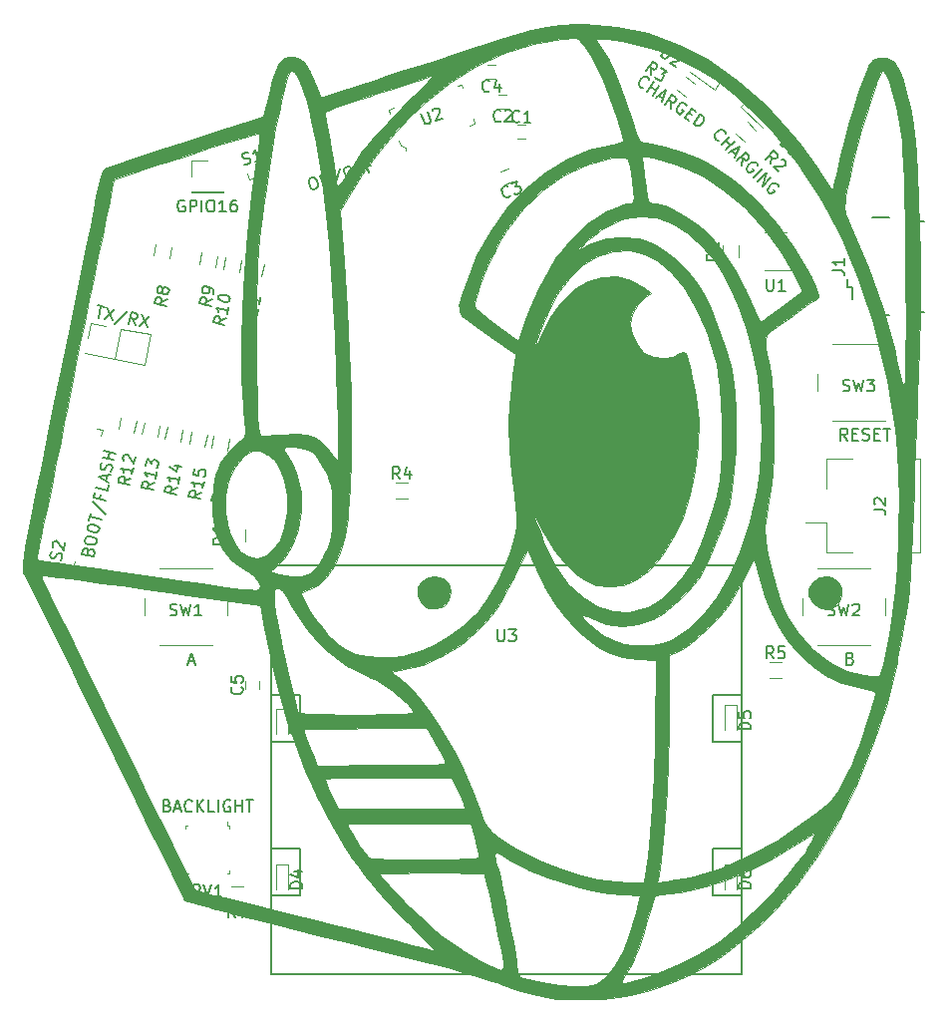
<source format=gbr>
G04 #@! TF.GenerationSoftware,KiCad,Pcbnew,(5.0.0-3-g5ebb6b6)*
G04 #@! TF.CreationDate,2019-01-19T11:57:15+01:00*
G04 #@! TF.ProjectId,Securityfest_2019_badge_beta,5365637572697479666573745F323031,rev?*
G04 #@! TF.SameCoordinates,Original*
G04 #@! TF.FileFunction,Legend,Top*
G04 #@! TF.FilePolarity,Positive*
%FSLAX46Y46*%
G04 Gerber Fmt 4.6, Leading zero omitted, Abs format (unit mm)*
G04 Created by KiCad (PCBNEW (5.0.0-3-g5ebb6b6)) date 2019 January 19, Saturday 11:57:15*
%MOMM*%
%LPD*%
G01*
G04 APERTURE LIST*
%ADD10C,0.010000*%
%ADD11C,0.120000*%
%ADD12C,0.100000*%
%ADD13C,0.150000*%
G04 APERTURE END LIST*
D10*
G04 #@! TO.C,G\002A\002A\002A*
G36*
X161766700Y-41870472D02*
X164454993Y-42444841D01*
X167066120Y-43399074D01*
X169595369Y-44730677D01*
X172038029Y-46437155D01*
X174389389Y-48516015D01*
X176644735Y-50964762D01*
X176721698Y-51056923D01*
X177431820Y-51946770D01*
X178175158Y-52938186D01*
X178834325Y-53872438D01*
X179089011Y-54258109D01*
X180073913Y-55798525D01*
X180261821Y-55039647D01*
X180402167Y-54460233D01*
X180589421Y-53670917D01*
X180782902Y-52843195D01*
X181099796Y-51559109D01*
X181461238Y-50232328D01*
X181847386Y-48922975D01*
X182238401Y-47691171D01*
X182614443Y-46597039D01*
X182955672Y-45700701D01*
X183242247Y-45062278D01*
X183454329Y-44741892D01*
X183457038Y-44739655D01*
X184042741Y-44492139D01*
X184704039Y-44544734D01*
X185292497Y-44877380D01*
X185412493Y-45003938D01*
X185725548Y-45541447D01*
X186056429Y-46389846D01*
X186380927Y-47471522D01*
X186674832Y-48708866D01*
X186843478Y-49591539D01*
X187017527Y-50855542D01*
X187167846Y-52459344D01*
X187293413Y-54352633D01*
X187393203Y-56485099D01*
X187466194Y-58806430D01*
X187511362Y-61266315D01*
X187527683Y-63814444D01*
X187514133Y-66400506D01*
X187469690Y-68974189D01*
X187393330Y-71485184D01*
X187322447Y-73135385D01*
X187262915Y-74440960D01*
X187196487Y-76034291D01*
X187127076Y-77812515D01*
X187058597Y-79672768D01*
X186994963Y-81512187D01*
X186946997Y-83002308D01*
X186876279Y-85061692D01*
X186796392Y-86813657D01*
X186698334Y-88341553D01*
X186573103Y-89728728D01*
X186411698Y-91058533D01*
X186205117Y-92414317D01*
X185944359Y-93879431D01*
X185620421Y-95537224D01*
X185562002Y-95826538D01*
X184713409Y-99291532D01*
X183588823Y-102728692D01*
X182219096Y-106070677D01*
X180635082Y-109250146D01*
X178867633Y-112199759D01*
X176947603Y-114852175D01*
X176711873Y-115143077D01*
X175862210Y-116153134D01*
X175071721Y-117026366D01*
X174270120Y-117827800D01*
X173387124Y-118622468D01*
X172352448Y-119475399D01*
X171095808Y-120451623D01*
X170429629Y-120955657D01*
X169295253Y-121688980D01*
X167879113Y-122417608D01*
X166288096Y-123096218D01*
X164629089Y-123679486D01*
X163008981Y-124122089D01*
X162909231Y-124144540D01*
X161872738Y-124312918D01*
X160586410Y-124430683D01*
X159188494Y-124492967D01*
X157817235Y-124494901D01*
X156610882Y-124431617D01*
X156168462Y-124381927D01*
X154991600Y-124150731D01*
X153601351Y-123765989D01*
X152125520Y-123264651D01*
X151576923Y-123054455D01*
X150882120Y-122808239D01*
X149891949Y-122496844D01*
X148691342Y-122144955D01*
X147365225Y-121777259D01*
X145998530Y-121418441D01*
X145617692Y-121322311D01*
X144256949Y-120982137D01*
X142618343Y-120572536D01*
X140803126Y-120118814D01*
X138912548Y-119646280D01*
X137047860Y-119180239D01*
X135360000Y-118758418D01*
X133767438Y-118358872D01*
X132186201Y-117959313D01*
X130686460Y-117577684D01*
X129338386Y-117231924D01*
X128212150Y-116939975D01*
X127377925Y-116719776D01*
X127226850Y-116679026D01*
X125052932Y-116088881D01*
X122990232Y-111854825D01*
X122457007Y-110762028D01*
X121781445Y-109380294D01*
X120993768Y-107771287D01*
X120124201Y-105996674D01*
X119202966Y-104118122D01*
X118260287Y-102197297D01*
X117326387Y-100295864D01*
X116845250Y-99316923D01*
X116000393Y-97597502D01*
X115190834Y-95948237D01*
X114436551Y-94409948D01*
X113757525Y-93023455D01*
X113173735Y-91829579D01*
X112705159Y-90869140D01*
X112371777Y-90182959D01*
X112207221Y-89840769D01*
X111879034Y-89184435D01*
X111576511Y-88639975D01*
X111479685Y-88494252D01*
X112904884Y-88494252D01*
X112949560Y-88692182D01*
X113138834Y-89155793D01*
X113437993Y-89803567D01*
X113624825Y-90184859D01*
X113894237Y-90728014D01*
X114317166Y-91585126D01*
X114875427Y-92719129D01*
X115550835Y-94092954D01*
X116325208Y-95669532D01*
X117180360Y-97411795D01*
X118098108Y-99282675D01*
X119060267Y-101245103D01*
X120048655Y-103262012D01*
X121045086Y-105296332D01*
X122031377Y-107310996D01*
X122989344Y-109268936D01*
X123829717Y-110987644D01*
X125857391Y-115136058D01*
X126945234Y-115453020D01*
X127544376Y-115616975D01*
X128416246Y-115841953D01*
X129452909Y-116100689D01*
X130546428Y-116365918D01*
X130768462Y-116418769D01*
X131818389Y-116671137D01*
X133061847Y-116975523D01*
X134451840Y-117319924D01*
X135941371Y-117692338D01*
X137483443Y-118080760D01*
X139031061Y-118473190D01*
X140537229Y-118857622D01*
X141954951Y-119222056D01*
X143237230Y-119554488D01*
X144337070Y-119842915D01*
X145207475Y-120075335D01*
X145801450Y-120239744D01*
X146071996Y-120324140D01*
X146082899Y-120330079D01*
X146261126Y-120328617D01*
X146159332Y-120170206D01*
X145819137Y-119793621D01*
X145287449Y-119247706D01*
X144611176Y-118581307D01*
X144244006Y-118228233D01*
X143342929Y-117332081D01*
X142407169Y-116340023D01*
X141541961Y-115367198D01*
X140852539Y-114528745D01*
X140799224Y-114459231D01*
X140320932Y-113831731D01*
X141686218Y-113831731D01*
X141764501Y-114012982D01*
X142081715Y-114408364D01*
X142588302Y-114968429D01*
X143234703Y-115643730D01*
X143971359Y-116384819D01*
X144748712Y-117142247D01*
X145517202Y-117866567D01*
X146227272Y-118508331D01*
X146829361Y-119018091D01*
X147074930Y-119208390D01*
X147815943Y-119726406D01*
X148668706Y-120275558D01*
X149557467Y-120812530D01*
X150406476Y-121294004D01*
X151139981Y-121676664D01*
X151682230Y-121917192D01*
X151918846Y-121978274D01*
X152138329Y-121825424D01*
X152163077Y-121704672D01*
X152124925Y-121406970D01*
X152020279Y-120813967D01*
X151863860Y-119996306D01*
X151670383Y-119024630D01*
X151454569Y-117969584D01*
X151231134Y-116901811D01*
X151014798Y-115891955D01*
X150820277Y-115010660D01*
X150662291Y-114328569D01*
X150555557Y-113916325D01*
X150521936Y-113827577D01*
X150304119Y-113796750D01*
X149764182Y-113772027D01*
X148970728Y-113753377D01*
X147992357Y-113740767D01*
X146897672Y-113734165D01*
X145755275Y-113733538D01*
X144633766Y-113738855D01*
X143601747Y-113750083D01*
X142727821Y-113767190D01*
X142080588Y-113790143D01*
X141728651Y-113818911D01*
X141686218Y-113831731D01*
X140320932Y-113831731D01*
X140246054Y-113733495D01*
X139770115Y-113111608D01*
X139427194Y-112666307D01*
X139281885Y-112480873D01*
X139073840Y-112171624D01*
X138723947Y-111595362D01*
X138275918Y-110828972D01*
X137773465Y-109949341D01*
X137577281Y-109599157D01*
X138876923Y-109599157D01*
X138978433Y-109836861D01*
X139240670Y-110295925D01*
X139600197Y-110877627D01*
X139993576Y-111483248D01*
X140357371Y-112014068D01*
X140628143Y-112371366D01*
X140713862Y-112457760D01*
X140963149Y-112498967D01*
X141545466Y-112534059D01*
X142403099Y-112561482D01*
X143478335Y-112579682D01*
X144713462Y-112587104D01*
X145471154Y-112585898D01*
X146915335Y-112578845D01*
X148015414Y-112568753D01*
X148818052Y-112551084D01*
X149369914Y-112521296D01*
X149717663Y-112474850D01*
X149907961Y-112407205D01*
X149987473Y-112313821D01*
X150001425Y-112201695D01*
X151381539Y-112201695D01*
X151450886Y-112674892D01*
X151569971Y-113073252D01*
X151683206Y-113466126D01*
X151850371Y-114166926D01*
X152056021Y-115099018D01*
X152284707Y-116185766D01*
X152520985Y-117350536D01*
X152749408Y-118516691D01*
X152954529Y-119607598D01*
X153120902Y-120546621D01*
X153233081Y-121257125D01*
X153257830Y-121447352D01*
X153360469Y-122110630D01*
X153499113Y-122478950D01*
X153716261Y-122648072D01*
X153802268Y-122674087D01*
X155448529Y-123033248D01*
X156860908Y-123246410D01*
X158160371Y-123331229D01*
X158322021Y-123333698D01*
X159123945Y-123330693D01*
X159656497Y-123281984D01*
X160040781Y-123157075D01*
X160251887Y-123020164D01*
X162149565Y-123020164D01*
X162278742Y-123117550D01*
X162469615Y-123082504D01*
X162829017Y-122983525D01*
X163430421Y-122821356D01*
X164081539Y-122647625D01*
X165479206Y-122186488D01*
X167021875Y-121527446D01*
X168568586Y-120738913D01*
X169978381Y-119889307D01*
X170480712Y-119541656D01*
X171863567Y-118442768D01*
X173316877Y-117122597D01*
X174719225Y-115700277D01*
X175949197Y-114294945D01*
X176357315Y-113775385D01*
X176854289Y-113126198D01*
X177268435Y-112600085D01*
X177539984Y-112272258D01*
X177605417Y-112204797D01*
X177762390Y-111997601D01*
X178005108Y-111592886D01*
X178272776Y-111104478D01*
X178504594Y-110646205D01*
X178639767Y-110331892D01*
X178644999Y-110258462D01*
X178460521Y-110360454D01*
X178021399Y-110636901D01*
X177396798Y-111043509D01*
X176778546Y-111453808D01*
X174968098Y-112546017D01*
X173000603Y-113523724D01*
X170971344Y-114350211D01*
X168975601Y-114988761D01*
X167108658Y-115402658D01*
X166239205Y-115515192D01*
X164977642Y-115631539D01*
X164367185Y-117780769D01*
X163990553Y-119061570D01*
X163665973Y-120045572D01*
X163359615Y-120817193D01*
X163037647Y-121460847D01*
X162666237Y-122060953D01*
X162630795Y-122113405D01*
X162264994Y-122697007D01*
X162149565Y-123020164D01*
X160251887Y-123020164D01*
X160397898Y-122925470D01*
X160606055Y-122758525D01*
X161117288Y-122239784D01*
X161641623Y-121558554D01*
X161901319Y-121146602D01*
X162284593Y-120355885D01*
X162696390Y-119322135D01*
X163087883Y-118185357D01*
X163410243Y-117085554D01*
X163589246Y-116306829D01*
X163717388Y-115623775D01*
X162385232Y-115571139D01*
X160993021Y-115468934D01*
X159680177Y-115259809D01*
X158300334Y-114914483D01*
X156929017Y-114479638D01*
X155831324Y-114100989D01*
X155001398Y-113794226D01*
X154334568Y-113512943D01*
X153726164Y-113210740D01*
X153071516Y-112841212D01*
X152602692Y-112561674D01*
X151973831Y-112193702D01*
X151605584Y-112018601D01*
X151430744Y-112016556D01*
X151382104Y-112167758D01*
X151381539Y-112201695D01*
X150001425Y-112201695D01*
X150002861Y-112190158D01*
X150001910Y-112145062D01*
X149937917Y-111727713D01*
X149786141Y-111104401D01*
X149653137Y-110649231D01*
X149316300Y-109574615D01*
X144096612Y-109522578D01*
X142714427Y-109513404D01*
X141469671Y-109513982D01*
X140412942Y-109523567D01*
X139594842Y-109541419D01*
X139065971Y-109566795D01*
X138876930Y-109598952D01*
X138876923Y-109599157D01*
X137577281Y-109599157D01*
X137260301Y-109033357D01*
X136780138Y-108157906D01*
X136376687Y-107399875D01*
X136224882Y-107103815D01*
X135613593Y-105765334D01*
X137020325Y-105765334D01*
X137046376Y-106017951D01*
X137221244Y-106507566D01*
X137505311Y-107124543D01*
X138101010Y-108304615D01*
X148867872Y-108304615D01*
X148737539Y-107865000D01*
X148575511Y-107426254D01*
X148316386Y-106824719D01*
X148186725Y-106546154D01*
X147766242Y-105666923D01*
X142448640Y-105626560D01*
X140956302Y-105621650D01*
X139640174Y-105629938D01*
X138544343Y-105650296D01*
X137712896Y-105681599D01*
X137189920Y-105722718D01*
X137020325Y-105765334D01*
X135613593Y-105765334D01*
X135401090Y-105300039D01*
X134584961Y-103199599D01*
X134028999Y-101556613D01*
X135164615Y-101556613D01*
X135231105Y-101773047D01*
X135402868Y-102237934D01*
X135575306Y-102680075D01*
X135837055Y-103340318D01*
X136063549Y-103914808D01*
X136158670Y-104158073D01*
X136331343Y-104603070D01*
X141686137Y-104586197D01*
X143093557Y-104578094D01*
X144370169Y-104563719D01*
X145464693Y-104544217D01*
X146325848Y-104520732D01*
X146902354Y-104494407D01*
X147142930Y-104466388D01*
X147145847Y-104464409D01*
X147125358Y-104245907D01*
X146948310Y-103823785D01*
X146854318Y-103645516D01*
X146481409Y-102974107D01*
X146093212Y-102275427D01*
X146050650Y-102198846D01*
X145643428Y-101466154D01*
X140404022Y-101466154D01*
X139019041Y-101469382D01*
X137771412Y-101478484D01*
X136711646Y-101492589D01*
X135890258Y-101510824D01*
X135357762Y-101532318D01*
X135164670Y-101556197D01*
X135164615Y-101556613D01*
X134028999Y-101556613D01*
X133805462Y-100896015D01*
X133091560Y-98482812D01*
X132472221Y-96053512D01*
X131976413Y-93701637D01*
X131846265Y-92966923D01*
X131518077Y-91013077D01*
X127137885Y-90393666D01*
X125274506Y-90130643D01*
X132635129Y-90130643D01*
X132673473Y-90718189D01*
X132792540Y-91586187D01*
X132992223Y-92784938D01*
X132998596Y-92821580D01*
X133152001Y-93637342D01*
X133355105Y-94623983D01*
X133590800Y-95708215D01*
X133841975Y-96816749D01*
X134091522Y-97876298D01*
X134322332Y-98813573D01*
X134517297Y-99555287D01*
X134659306Y-100028151D01*
X134708779Y-100147308D01*
X134921870Y-100193931D01*
X135457026Y-100231268D01*
X136250666Y-100259490D01*
X137239210Y-100278768D01*
X138359078Y-100289273D01*
X139546690Y-100291176D01*
X140738467Y-100284647D01*
X141870829Y-100269859D01*
X142880194Y-100246981D01*
X143702985Y-100216185D01*
X144275619Y-100177641D01*
X144534519Y-100131522D01*
X144543077Y-100120864D01*
X144391091Y-99831940D01*
X143985873Y-99394508D01*
X143403534Y-98870381D01*
X142720184Y-98321369D01*
X142011934Y-97809285D01*
X141354895Y-97395941D01*
X140921346Y-97179552D01*
X139963090Y-96699243D01*
X142539266Y-96699243D01*
X143101556Y-97061729D01*
X143989310Y-97781883D01*
X144948055Y-98820441D01*
X145942199Y-100119854D01*
X146936147Y-101622574D01*
X147894306Y-103271052D01*
X148781083Y-105007742D01*
X149560882Y-106775093D01*
X150198111Y-108515558D01*
X150211639Y-108557394D01*
X150481898Y-109311032D01*
X150766271Y-109828317D01*
X151164702Y-110254120D01*
X151645474Y-110635768D01*
X152870536Y-111475638D01*
X154159392Y-112195830D01*
X155627811Y-112855554D01*
X157011047Y-113380094D01*
X158706556Y-113928326D01*
X160225047Y-114284807D01*
X161712085Y-114478333D01*
X162838640Y-114532807D01*
X164038049Y-114556923D01*
X164044001Y-114524763D01*
X165216390Y-114524763D01*
X166065503Y-114431131D01*
X166706794Y-114336553D01*
X167535898Y-114182920D01*
X168282308Y-114023729D01*
X170596564Y-113329769D01*
X172986490Y-112303694D01*
X175386142Y-110977595D01*
X177563077Y-109507383D01*
X178641958Y-108690751D01*
X179456665Y-108014472D01*
X180072032Y-107408054D01*
X180552893Y-106801006D01*
X180964081Y-106122837D01*
X181308514Y-105435122D01*
X181658029Y-104643803D01*
X182037684Y-103698663D01*
X182425203Y-102666049D01*
X182798312Y-101612306D01*
X183134734Y-100603780D01*
X183412193Y-99706819D01*
X183608415Y-98987767D01*
X183701123Y-98512973D01*
X183686043Y-98353795D01*
X183420683Y-98247080D01*
X182890584Y-98105131D01*
X182281932Y-97973276D01*
X180860440Y-97593633D01*
X179609093Y-97018340D01*
X178421231Y-96187665D01*
X177365748Y-95220107D01*
X176389302Y-94139198D01*
X175581397Y-92999244D01*
X174905643Y-91726397D01*
X174325655Y-90246807D01*
X173805043Y-88486627D01*
X173559844Y-87496154D01*
X173492291Y-87272851D01*
X173404094Y-87206449D01*
X173263499Y-87337753D01*
X173038754Y-87707568D01*
X172698109Y-88356697D01*
X172343530Y-89059231D01*
X171811833Y-90078849D01*
X171337237Y-90866326D01*
X170826502Y-91550212D01*
X170186385Y-92259056D01*
X169578350Y-92871538D01*
X168832172Y-93569510D01*
X168096541Y-94192385D01*
X167461475Y-94667483D01*
X167061154Y-94903904D01*
X166230769Y-95273194D01*
X166230769Y-99324923D01*
X166207819Y-101848902D01*
X166141474Y-104337227D01*
X166035487Y-106729095D01*
X165893615Y-108963705D01*
X165719612Y-110980254D01*
X165517234Y-112717940D01*
X165330224Y-113905843D01*
X165216390Y-114524763D01*
X164044001Y-114524763D01*
X164155588Y-113921923D01*
X164396707Y-112335392D01*
X164602055Y-110384781D01*
X164769869Y-108095300D01*
X164898386Y-105492155D01*
X164985842Y-102600554D01*
X165001111Y-101833986D01*
X165112085Y-95656433D01*
X163470930Y-95570294D01*
X162249812Y-95426569D01*
X161176368Y-95103947D01*
X160152690Y-94556218D01*
X159080867Y-93737171D01*
X158519999Y-93233581D01*
X157447176Y-92126411D01*
X156532312Y-90927338D01*
X155704439Y-89532626D01*
X155011024Y-88104476D01*
X154167685Y-86231920D01*
X152867880Y-88871837D01*
X152327538Y-89948730D01*
X151884966Y-90761885D01*
X151476934Y-91403628D01*
X151040208Y-91966280D01*
X150511559Y-92542166D01*
X150009321Y-93045575D01*
X148479309Y-94377875D01*
X146923930Y-95366810D01*
X145265300Y-96056240D01*
X144128473Y-96357365D01*
X142539266Y-96699243D01*
X139963090Y-96699243D01*
X138863653Y-96148170D01*
X137091424Y-94851537D01*
X135596764Y-93282553D01*
X134371781Y-91434118D01*
X134222098Y-91154064D01*
X133762463Y-90321831D01*
X133554503Y-90020546D01*
X134969231Y-90020546D01*
X135084917Y-90387527D01*
X135392985Y-90965548D01*
X135834944Y-91666040D01*
X136352307Y-92400435D01*
X136886583Y-93080165D01*
X137276664Y-93514640D01*
X138122965Y-94322375D01*
X138869132Y-94861281D01*
X139637337Y-95183905D01*
X140549750Y-95342794D01*
X141636214Y-95389687D01*
X142712120Y-95374861D01*
X143576840Y-95287995D01*
X144407104Y-95104188D01*
X145049201Y-94908833D01*
X146252578Y-94397801D01*
X147514331Y-93662337D01*
X148704677Y-92791372D01*
X149693832Y-91873836D01*
X150004249Y-91513501D01*
X150778500Y-90410113D01*
X151523488Y-89121377D01*
X152192223Y-87749972D01*
X152737717Y-86398574D01*
X153112980Y-85169864D01*
X153251504Y-84417725D01*
X153270072Y-83622086D01*
X153246147Y-83311919D01*
X154712890Y-83311919D01*
X154779857Y-83559901D01*
X154970449Y-84075325D01*
X155247371Y-84769531D01*
X155573330Y-85553864D01*
X155911030Y-86339667D01*
X156223176Y-87038281D01*
X156472476Y-87561051D01*
X156591565Y-87777929D01*
X157686611Y-89231106D01*
X158877876Y-90351460D01*
X160140144Y-91128571D01*
X161448200Y-91552018D01*
X162776826Y-91611378D01*
X164100809Y-91296233D01*
X164585990Y-91081857D01*
X165502132Y-90483166D01*
X166457811Y-89617617D01*
X167358256Y-88585314D01*
X168108696Y-87486365D01*
X168278354Y-87181636D01*
X168820145Y-86019527D01*
X169363664Y-84621882D01*
X169861587Y-83130993D01*
X170266590Y-81689156D01*
X170531349Y-80438666D01*
X170540808Y-80378877D01*
X170643111Y-79403263D01*
X170698674Y-78173112D01*
X170710626Y-76777730D01*
X170682096Y-75306423D01*
X170616212Y-73848498D01*
X170516105Y-72493261D01*
X170384903Y-71330018D01*
X170225735Y-70448077D01*
X170187739Y-70302308D01*
X169390661Y-67837838D01*
X168495404Y-65749494D01*
X167499900Y-64034639D01*
X166402084Y-62690634D01*
X165199889Y-61714840D01*
X163891248Y-61104620D01*
X162808510Y-60882082D01*
X161423202Y-60928334D01*
X160098027Y-61347923D01*
X158850873Y-62125709D01*
X157699630Y-63246550D01*
X156662186Y-64695303D01*
X155756430Y-66456828D01*
X155505356Y-67063595D01*
X155175109Y-67932174D01*
X154942182Y-68597336D01*
X154812317Y-69029507D01*
X154791258Y-69199114D01*
X154884745Y-69076582D01*
X155098522Y-68632337D01*
X155283180Y-68207869D01*
X156116580Y-66571309D01*
X157086353Y-65231240D01*
X158164375Y-64200364D01*
X159322522Y-63491380D01*
X160532671Y-63116988D01*
X161766697Y-63089888D01*
X162996478Y-63422781D01*
X164193888Y-64128367D01*
X164239328Y-64163443D01*
X164690195Y-64514709D01*
X164193923Y-64839879D01*
X163541456Y-65466192D01*
X163083868Y-66294261D01*
X162909250Y-67164125D01*
X162909231Y-67172613D01*
X163061698Y-68018504D01*
X163462712Y-68848341D01*
X164027691Y-69506727D01*
X164276639Y-69684906D01*
X164949995Y-69925756D01*
X165753938Y-69997179D01*
X166516469Y-69898456D01*
X166981469Y-69696225D01*
X167397330Y-69494917D01*
X167642558Y-69626122D01*
X167729677Y-69868348D01*
X167809815Y-70179083D01*
X167958103Y-70726334D01*
X168081836Y-71173763D01*
X168510968Y-73209525D01*
X168702735Y-75320983D01*
X168670502Y-77458103D01*
X168427635Y-79570853D01*
X167987497Y-81609200D01*
X167363454Y-83523109D01*
X166568870Y-85262549D01*
X165617110Y-86777485D01*
X164521539Y-88017885D01*
X163345574Y-88904719D01*
X162333296Y-89295569D01*
X161178106Y-89420479D01*
X160026241Y-89276369D01*
X159254541Y-88990933D01*
X158326879Y-88363026D01*
X157371676Y-87442631D01*
X156463973Y-86314326D01*
X155678811Y-85062688D01*
X155546511Y-84811716D01*
X155189570Y-84125573D01*
X154908365Y-83610037D01*
X154741711Y-83334942D01*
X154712890Y-83311919D01*
X153246147Y-83311919D01*
X153191411Y-82602316D01*
X153049566Y-81634615D01*
X152785533Y-79749707D01*
X152632558Y-77725851D01*
X152596673Y-75717970D01*
X152683910Y-73880989D01*
X152730044Y-73428462D01*
X152839612Y-72480766D01*
X152943612Y-71573899D01*
X153026130Y-70846923D01*
X153054246Y-70595385D01*
X153151540Y-69716154D01*
X150691572Y-67989994D01*
X149737072Y-67326385D01*
X149057827Y-66831385D01*
X148624347Y-66429000D01*
X148407141Y-66043237D01*
X148378561Y-65625094D01*
X149662669Y-65625094D01*
X149835942Y-65833828D01*
X150263513Y-66212336D01*
X150879910Y-66705782D01*
X151576923Y-67228289D01*
X153433077Y-68579071D01*
X153962129Y-66998382D01*
X154283615Y-66131203D01*
X154719951Y-65078744D01*
X155203094Y-64001050D01*
X155494674Y-63393689D01*
X156547607Y-61581974D01*
X157103698Y-60868076D01*
X158513077Y-60868076D01*
X159587692Y-60319025D01*
X160839415Y-59879777D01*
X162230586Y-59727404D01*
X163633814Y-59863302D01*
X164863157Y-60261215D01*
X165810535Y-60834830D01*
X166819608Y-61671483D01*
X167794928Y-62676432D01*
X168641047Y-63754934D01*
X169067684Y-64434660D01*
X169738604Y-65785885D01*
X170388748Y-67366693D01*
X170964668Y-69027101D01*
X171412915Y-70617125D01*
X171620381Y-71598004D01*
X171785298Y-72920289D01*
X171875663Y-74477502D01*
X171894803Y-76170616D01*
X171846046Y-77900605D01*
X171732720Y-79568443D01*
X171558150Y-81075103D01*
X171325664Y-82321558D01*
X171250337Y-82611539D01*
X170815621Y-83987836D01*
X170276725Y-85439147D01*
X169688076Y-86831870D01*
X169104098Y-88032401D01*
X168872684Y-88448245D01*
X168292775Y-89251269D01*
X167480076Y-90135872D01*
X166545830Y-90998318D01*
X165601280Y-91734869D01*
X164857296Y-92192740D01*
X163578940Y-92642624D01*
X162197821Y-92778423D01*
X160832526Y-92599283D01*
X159831923Y-92228918D01*
X159289150Y-91979731D01*
X158917316Y-91854500D01*
X158806154Y-91868986D01*
X158951076Y-92113940D01*
X159324033Y-92501274D01*
X159832316Y-92950156D01*
X160383214Y-93379758D01*
X160884015Y-93709249D01*
X160971375Y-93756731D01*
X161687027Y-94088832D01*
X162349995Y-94287142D01*
X163114020Y-94385276D01*
X163983846Y-94415360D01*
X164873788Y-94388252D01*
X165589458Y-94251541D01*
X166341954Y-93960374D01*
X166523846Y-93875677D01*
X167844748Y-93046339D01*
X169091807Y-91863297D01*
X170246618Y-90359667D01*
X171290781Y-88568560D01*
X172205892Y-86523091D01*
X172973549Y-84256373D01*
X173575349Y-81801519D01*
X173748154Y-80876330D01*
X173908307Y-79590748D01*
X174005793Y-78047667D01*
X174040667Y-76372262D01*
X174012985Y-74689711D01*
X173922803Y-73125190D01*
X173770175Y-71803875D01*
X173744058Y-71646747D01*
X173317079Y-69606538D01*
X172762561Y-67601535D01*
X172108116Y-65705057D01*
X171381353Y-63990420D01*
X170609886Y-62530944D01*
X169940489Y-61546887D01*
X168929730Y-60422430D01*
X167794263Y-59424239D01*
X166653215Y-58653152D01*
X166306880Y-58471091D01*
X165111484Y-58091037D01*
X163777639Y-57999764D01*
X162425913Y-58193459D01*
X161248462Y-58631071D01*
X160480268Y-59091626D01*
X159724664Y-59654614D01*
X159294615Y-60048453D01*
X158513077Y-60868076D01*
X157103698Y-60868076D01*
X157783600Y-59995234D01*
X159154467Y-58685952D01*
X160612017Y-57706613D01*
X160811176Y-57603354D01*
X161526421Y-57273573D01*
X162159836Y-57030777D01*
X162589902Y-56920702D01*
X162630874Y-56918462D01*
X163023802Y-56857127D01*
X163179809Y-56759480D01*
X163202582Y-56479056D01*
X163155992Y-55855117D01*
X163044273Y-54927924D01*
X162871660Y-53737738D01*
X162841886Y-53546099D01*
X162710437Y-53157672D01*
X162645569Y-53115779D01*
X163922120Y-53115779D01*
X163963934Y-53620881D01*
X164050224Y-54315227D01*
X164078055Y-54509188D01*
X164226415Y-55508542D01*
X164340500Y-56184786D01*
X164446174Y-56600925D01*
X164569301Y-56819963D01*
X164735743Y-56904905D01*
X164971364Y-56918754D01*
X165067062Y-56918462D01*
X165820278Y-57059746D01*
X166740693Y-57450354D01*
X167744141Y-58040417D01*
X168746456Y-58780067D01*
X169663469Y-59619435D01*
X169713591Y-59671514D01*
X170784421Y-60960730D01*
X171821873Y-62519892D01*
X172756408Y-64229851D01*
X173518483Y-65971462D01*
X173723081Y-66541154D01*
X173891009Y-66828490D01*
X173991176Y-66881487D01*
X174201359Y-66771029D01*
X174652630Y-66473123D01*
X175274310Y-66035909D01*
X175855911Y-65611473D01*
X177567976Y-64343049D01*
X176899551Y-63024217D01*
X175682585Y-60937371D01*
X174234740Y-58988630D01*
X172614858Y-57241683D01*
X170881782Y-55760220D01*
X169153630Y-54640059D01*
X168384447Y-54258680D01*
X167495808Y-53877811D01*
X166564795Y-53523173D01*
X165668485Y-53220485D01*
X164883959Y-52995469D01*
X164288296Y-52873845D01*
X163958576Y-52881333D01*
X163933595Y-52898200D01*
X163922120Y-53115779D01*
X162645569Y-53115779D01*
X162420035Y-52970125D01*
X161892828Y-52956927D01*
X161346154Y-53036336D01*
X159247010Y-53603881D01*
X157264699Y-54525901D01*
X155437257Y-55774125D01*
X153802725Y-57320286D01*
X152399138Y-59136115D01*
X151798145Y-60132140D01*
X151344449Y-61010689D01*
X150890873Y-61988189D01*
X150467421Y-62987463D01*
X150104099Y-63931330D01*
X149830910Y-64742613D01*
X149677859Y-65344132D01*
X149662669Y-65625094D01*
X148378561Y-65625094D01*
X148376716Y-65598104D01*
X148503582Y-65017606D01*
X148758247Y-64225751D01*
X148975929Y-63569121D01*
X149869885Y-61323084D01*
X151021299Y-59234663D01*
X152394769Y-57337987D01*
X153954893Y-55667186D01*
X155666266Y-54256392D01*
X157493488Y-53139734D01*
X159401155Y-52351342D01*
X161004073Y-51973221D01*
X161784813Y-51815917D01*
X162229239Y-51641852D01*
X162323077Y-51516026D01*
X162256334Y-51174589D01*
X162075219Y-50551504D01*
X161808407Y-49728771D01*
X161484571Y-48788389D01*
X161132384Y-47812357D01*
X160780519Y-46882675D01*
X160457651Y-46081341D01*
X160282313Y-45679912D01*
X159874530Y-44884022D01*
X159410474Y-44119444D01*
X158993513Y-43555326D01*
X158460680Y-42948462D01*
X159959178Y-42948462D01*
X160524936Y-43730000D01*
X161007923Y-44523288D01*
X161538766Y-45610251D01*
X162080630Y-46903082D01*
X162596681Y-48313974D01*
X163044897Y-49737083D01*
X163296800Y-50597239D01*
X163485348Y-51153544D01*
X163654645Y-51477853D01*
X163848796Y-51642017D01*
X164111904Y-51717890D01*
X164276923Y-51744239D01*
X165839684Y-52073827D01*
X167461547Y-52578748D01*
X168980929Y-53202677D01*
X169992542Y-53736674D01*
X171879190Y-55064752D01*
X173697057Y-56718270D01*
X175390948Y-58632133D01*
X176905665Y-60741246D01*
X178186012Y-62980516D01*
X178632486Y-63925849D01*
X178848962Y-64451933D01*
X178899044Y-64746220D01*
X178789513Y-64927215D01*
X178693975Y-65000464D01*
X178419661Y-65193866D01*
X177898380Y-65562240D01*
X177202070Y-66054723D01*
X176402668Y-66620454D01*
X176307686Y-66687692D01*
X175458135Y-67282906D01*
X174875563Y-67720015D01*
X174524887Y-68088826D01*
X174371024Y-68479146D01*
X174378894Y-68980781D01*
X174513413Y-69683539D01*
X174739499Y-70677227D01*
X174743024Y-70693077D01*
X174922745Y-71807643D01*
X175045680Y-73212491D01*
X175112354Y-74811362D01*
X175123298Y-76507995D01*
X175079038Y-78206131D01*
X174980105Y-79809509D01*
X174827025Y-81221869D01*
X174680523Y-82081108D01*
X174464619Y-83302873D01*
X174369052Y-84416490D01*
X174401974Y-85515359D01*
X174571538Y-86692880D01*
X174885897Y-88042455D01*
X175337296Y-89605639D01*
X175696805Y-90702032D01*
X176047859Y-91559173D01*
X176460843Y-92320542D01*
X177006142Y-93129620D01*
X177188596Y-93379477D01*
X178404129Y-94746958D01*
X179795819Y-95821080D01*
X181311920Y-96569041D01*
X182817029Y-96947175D01*
X183436874Y-97018753D01*
X183888540Y-97047050D01*
X184039850Y-97035101D01*
X184140186Y-96828010D01*
X184288442Y-96337688D01*
X184454991Y-95663899D01*
X184478997Y-95556454D01*
X184885414Y-93563246D01*
X185197082Y-91664910D01*
X185426022Y-89752360D01*
X185584254Y-87716510D01*
X185683799Y-85448275D01*
X185711645Y-84370000D01*
X185737695Y-82001597D01*
X185700095Y-79904247D01*
X185588472Y-77961882D01*
X185392451Y-76058435D01*
X185101659Y-74077837D01*
X184705723Y-71904022D01*
X184510295Y-70928523D01*
X183552269Y-67013144D01*
X182323831Y-63286194D01*
X180838585Y-59774370D01*
X179472366Y-57189665D01*
X181135583Y-57189665D01*
X181198168Y-57718147D01*
X181405793Y-58300779D01*
X181627176Y-58774615D01*
X183166082Y-62272650D01*
X184430455Y-65866680D01*
X185381415Y-69443516D01*
X185526429Y-70126435D01*
X185751535Y-71190236D01*
X185924934Y-71900673D01*
X186056903Y-72290207D01*
X186157719Y-72391296D01*
X186216231Y-72305206D01*
X186246402Y-72027816D01*
X186271096Y-71399778D01*
X186290019Y-70461177D01*
X186302881Y-69252099D01*
X186309388Y-67812631D01*
X186309251Y-66182858D01*
X186302175Y-64402866D01*
X186287871Y-62512742D01*
X186287673Y-62491500D01*
X186262653Y-60311343D01*
X186230326Y-58283066D01*
X186191761Y-56443990D01*
X186148022Y-54831438D01*
X186100176Y-53482731D01*
X186049289Y-52435193D01*
X185996429Y-51726145D01*
X185974930Y-51545385D01*
X185730523Y-50014429D01*
X185465254Y-48648668D01*
X185190523Y-47488881D01*
X184917733Y-46575848D01*
X184658284Y-45950349D01*
X184423578Y-45653163D01*
X184323629Y-45638928D01*
X184160796Y-45856430D01*
X183924407Y-46396739D01*
X183630998Y-47202422D01*
X183297110Y-48216044D01*
X182939278Y-49380172D01*
X182574042Y-50637370D01*
X182217938Y-51930206D01*
X181887506Y-53201244D01*
X181599283Y-54393051D01*
X181369806Y-55448194D01*
X181215614Y-56309236D01*
X181183817Y-56543096D01*
X181135583Y-57189665D01*
X179472366Y-57189665D01*
X179110134Y-56504372D01*
X177152084Y-53502897D01*
X174978037Y-50796643D01*
X173430675Y-49184455D01*
X171762343Y-47665192D01*
X170161539Y-46425467D01*
X168521107Y-45395271D01*
X166733887Y-44504592D01*
X165449231Y-43969847D01*
X164593610Y-43676110D01*
X163601324Y-43397898D01*
X162578266Y-43158186D01*
X161630329Y-42979950D01*
X160863407Y-42886165D01*
X160456906Y-42886674D01*
X159959178Y-42948462D01*
X158460680Y-42948462D01*
X158332406Y-42802367D01*
X157046920Y-42921840D01*
X154649425Y-43331477D01*
X152242771Y-44101462D01*
X149877271Y-45205927D01*
X147603233Y-46619002D01*
X145470969Y-48314817D01*
X144224992Y-49514729D01*
X143018045Y-50801630D01*
X141988970Y-51988387D01*
X141060767Y-53176197D01*
X140156438Y-54466256D01*
X139198982Y-55959763D01*
X138697697Y-56778998D01*
X138250153Y-57518766D01*
X138561463Y-61761306D01*
X138836005Y-65814142D01*
X139037389Y-69502959D01*
X139165938Y-72847538D01*
X139221973Y-75867658D01*
X139205818Y-78583100D01*
X139117793Y-81013644D01*
X138958222Y-83179070D01*
X138917078Y-83588462D01*
X138663103Y-85129694D01*
X138255588Y-86525028D01*
X137721033Y-87725309D01*
X137085937Y-88681381D01*
X136376800Y-89344086D01*
X135643985Y-89659981D01*
X135196325Y-89803244D01*
X134974462Y-89990463D01*
X134969231Y-90020546D01*
X133554503Y-90020546D01*
X133409372Y-89810287D01*
X133129389Y-89575287D01*
X133005494Y-89547692D01*
X132801033Y-89595697D01*
X132677613Y-89773247D01*
X132635129Y-90130643D01*
X125274506Y-90130643D01*
X124310217Y-89994530D01*
X121849283Y-89648820D01*
X119735093Y-89353868D01*
X117947657Y-89107007D01*
X116466987Y-88905569D01*
X115273094Y-88746886D01*
X114345988Y-88628290D01*
X113665680Y-88547116D01*
X113212181Y-88500693D01*
X112965502Y-88486356D01*
X112904884Y-88494252D01*
X111479685Y-88494252D01*
X111386581Y-88354131D01*
X111335845Y-88249676D01*
X111310128Y-88067297D01*
X111313730Y-87783430D01*
X111350949Y-87374509D01*
X111405933Y-86966494D01*
X112517084Y-86966494D01*
X112518627Y-87067356D01*
X112538272Y-87110974D01*
X112540936Y-87113757D01*
X112746975Y-87159885D01*
X113288546Y-87250935D01*
X114113990Y-87379066D01*
X115171650Y-87536433D01*
X116409867Y-87715195D01*
X117687187Y-87895025D01*
X119323484Y-88124085D01*
X121081071Y-88372507D01*
X122845481Y-88623950D01*
X124502243Y-88862071D01*
X125936888Y-89070528D01*
X126470000Y-89148896D01*
X127988269Y-89370865D01*
X129163817Y-89534809D01*
X130040022Y-89642929D01*
X130660265Y-89697420D01*
X131067923Y-89700481D01*
X131306378Y-89654309D01*
X131419008Y-89561102D01*
X131449192Y-89423057D01*
X131449316Y-89401154D01*
X131348178Y-88939945D01*
X131011856Y-88532275D01*
X130438052Y-88150014D01*
X132373805Y-88150014D01*
X133134210Y-88348552D01*
X134235692Y-88578053D01*
X135074210Y-88585839D01*
X135729762Y-88337483D01*
X136282348Y-87798556D01*
X136811965Y-86934632D01*
X136923077Y-86718016D01*
X137218287Y-86112418D01*
X137413409Y-85625226D01*
X137529132Y-85146980D01*
X137586150Y-84568223D01*
X137605154Y-83779497D01*
X137606923Y-83100523D01*
X137600773Y-82109395D01*
X137569307Y-81400194D01*
X137493008Y-80864119D01*
X137352354Y-80392371D01*
X137127826Y-79876149D01*
X136970180Y-79551452D01*
X136591041Y-78866727D01*
X136199900Y-78296594D01*
X135879119Y-77960559D01*
X135869101Y-77953798D01*
X135458603Y-77786336D01*
X134873742Y-77657384D01*
X134256401Y-77584528D01*
X133748465Y-77585352D01*
X133504862Y-77660780D01*
X133538848Y-77867706D01*
X133763753Y-78226313D01*
X133779933Y-78247099D01*
X134041172Y-78685141D01*
X134343003Y-79344719D01*
X134585782Y-79986543D01*
X134811008Y-80746370D01*
X134924931Y-81444710D01*
X134946566Y-82249372D01*
X134919095Y-82927994D01*
X134699073Y-84555839D01*
X134224611Y-85915279D01*
X133479011Y-87048040D01*
X133116381Y-87432315D01*
X132373805Y-88150014D01*
X130438052Y-88150014D01*
X130377580Y-88109729D01*
X130151387Y-87986484D01*
X129049249Y-87191477D01*
X128218076Y-86125181D01*
X127666023Y-84805496D01*
X127401245Y-83250324D01*
X127400698Y-83108272D01*
X128536367Y-83108272D01*
X128779993Y-84481675D01*
X128814205Y-84600743D01*
X129253498Y-85662100D01*
X129830472Y-86431282D01*
X130503642Y-86888608D01*
X131231523Y-87014395D01*
X131972629Y-86788962D01*
X132527442Y-86362405D01*
X133139135Y-85499574D01*
X133556611Y-84377342D01*
X133765153Y-83083410D01*
X133750044Y-81705480D01*
X133523203Y-80428590D01*
X133193724Y-79459512D01*
X132766974Y-78766977D01*
X132170796Y-78237564D01*
X132098067Y-78188558D01*
X131448229Y-77882942D01*
X130847836Y-77902689D01*
X130209061Y-78260475D01*
X129921334Y-78502702D01*
X129251748Y-79352476D01*
X128787532Y-80459466D01*
X128543976Y-81739467D01*
X128536367Y-83108272D01*
X127400698Y-83108272D01*
X127396190Y-81938472D01*
X127630227Y-80298055D01*
X128133045Y-78929127D01*
X128915634Y-77809508D01*
X129831884Y-77021481D01*
X130006759Y-76887865D01*
X130120267Y-76725601D01*
X130177919Y-76464851D01*
X130185228Y-76035778D01*
X130147704Y-75368543D01*
X130070861Y-74393311D01*
X130054752Y-74197559D01*
X129918132Y-71706965D01*
X129887196Y-68915484D01*
X129895918Y-68543846D01*
X131159729Y-68543846D01*
X131164009Y-70149836D01*
X131176388Y-71658373D01*
X131195806Y-73017941D01*
X131221204Y-74177026D01*
X131251520Y-75084110D01*
X131285696Y-75687678D01*
X131311108Y-75900880D01*
X131462985Y-76614837D01*
X133362646Y-76511399D01*
X134571118Y-76484599D01*
X135484111Y-76574809D01*
X136187041Y-76811752D01*
X136765326Y-77225152D01*
X137304382Y-77844731D01*
X137342682Y-77896357D01*
X137711777Y-78381524D01*
X137983028Y-78707929D01*
X138077465Y-78793918D01*
X138094326Y-78609313D01*
X138100585Y-78085509D01*
X138096701Y-77273920D01*
X138083137Y-76225961D01*
X138060353Y-74993046D01*
X138032410Y-73770385D01*
X137946506Y-71048748D01*
X137824828Y-68288133D01*
X137671575Y-65540064D01*
X137490947Y-62856063D01*
X137287145Y-60287653D01*
X137064367Y-57886356D01*
X136826813Y-55703695D01*
X136578684Y-53791193D01*
X136324180Y-52200373D01*
X136236710Y-51740769D01*
X135831003Y-49845684D01*
X135707356Y-49351415D01*
X137016406Y-49351415D01*
X137084735Y-49899766D01*
X137211759Y-50673388D01*
X137385729Y-51593903D01*
X137407842Y-51703796D01*
X137597483Y-52685279D01*
X137753218Y-53576725D01*
X137859293Y-54281834D01*
X137899955Y-54704307D01*
X137900000Y-54712369D01*
X137946829Y-55237545D01*
X138093622Y-55392760D01*
X138349838Y-55178121D01*
X138651316Y-54720960D01*
X138957335Y-54219066D01*
X139187581Y-53872699D01*
X139253177Y-53792308D01*
X139422718Y-53567033D01*
X139658462Y-53184108D01*
X140044307Y-52589804D01*
X140588673Y-51887726D01*
X141323566Y-51041265D01*
X142280990Y-50013816D01*
X143492951Y-48768770D01*
X143712692Y-48546855D01*
X144491046Y-47758198D01*
X145163610Y-47068803D01*
X145685974Y-46524843D01*
X146013727Y-46172491D01*
X146106154Y-46058443D01*
X145940745Y-46077415D01*
X145513281Y-46205499D01*
X145080385Y-46356028D01*
X144558500Y-46537549D01*
X143746964Y-46809376D01*
X142728769Y-47144185D01*
X141586910Y-47514654D01*
X140587988Y-47834982D01*
X139488231Y-48192504D01*
X138521097Y-48519961D01*
X137746867Y-48795879D01*
X137225822Y-48998779D01*
X137018522Y-49106713D01*
X137016406Y-49351415D01*
X135707356Y-49351415D01*
X135441446Y-48288470D01*
X135071534Y-47078522D01*
X134724758Y-46225233D01*
X134404613Y-45737994D01*
X134114591Y-45626200D01*
X133991720Y-45703973D01*
X133885430Y-45951886D01*
X133719385Y-46502238D01*
X133512970Y-47274794D01*
X133285571Y-48189322D01*
X133056575Y-49165588D01*
X132845366Y-50123359D01*
X132671331Y-50982402D01*
X132556725Y-51643077D01*
X132234505Y-53814135D01*
X131966074Y-55658272D01*
X131746521Y-57234902D01*
X131570935Y-58603441D01*
X131434405Y-59823302D01*
X131332020Y-60953899D01*
X131258869Y-62054647D01*
X131210040Y-63184960D01*
X131180623Y-64404253D01*
X131165706Y-65771940D01*
X131160378Y-67347435D01*
X131159729Y-68543846D01*
X129895918Y-68543846D01*
X129958031Y-65897315D01*
X130126723Y-62726656D01*
X130389358Y-59477706D01*
X130742023Y-56224664D01*
X131165307Y-53142804D01*
X131289907Y-52282925D01*
X131379217Y-51578195D01*
X131423749Y-51110016D01*
X131419808Y-50959295D01*
X131202028Y-50983716D01*
X130643045Y-51126689D01*
X129771121Y-51379508D01*
X128614522Y-51733468D01*
X127201509Y-52179863D01*
X125560348Y-52709989D01*
X123719303Y-53315139D01*
X123055838Y-53535435D01*
X119055522Y-54866923D01*
X118891651Y-55648462D01*
X118671368Y-56705284D01*
X118393324Y-58049011D01*
X118069805Y-59619455D01*
X117713100Y-61356427D01*
X117335498Y-63199737D01*
X116949288Y-65089196D01*
X116566756Y-66964616D01*
X116200191Y-68765807D01*
X115861882Y-70432580D01*
X115564117Y-71904746D01*
X115319184Y-73122116D01*
X115139372Y-74024501D01*
X115122056Y-74112308D01*
X114843420Y-75512473D01*
X114515281Y-77137606D01*
X114169660Y-78830502D01*
X113838577Y-80433958D01*
X113669436Y-81243846D01*
X113325499Y-82883342D01*
X113054355Y-84181113D01*
X112848192Y-85177799D01*
X112699197Y-85914040D01*
X112599556Y-86430476D01*
X112541456Y-86767747D01*
X112517084Y-86966494D01*
X111405933Y-86966494D01*
X111426084Y-86816969D01*
X111543435Y-86087244D01*
X111707299Y-85161771D01*
X111921977Y-84016983D01*
X112191767Y-82629315D01*
X112520967Y-80975203D01*
X112913878Y-79031081D01*
X113374797Y-76773384D01*
X113908024Y-74178546D01*
X114465874Y-71474615D01*
X115137963Y-68217459D01*
X115734379Y-65319041D01*
X116254434Y-62782751D01*
X116697437Y-60611978D01*
X117062699Y-58810111D01*
X117349532Y-57380537D01*
X117557244Y-56326645D01*
X117683341Y-55661774D01*
X117841151Y-54920461D01*
X118008963Y-54334178D01*
X118156203Y-54005307D01*
X118187196Y-53974687D01*
X118455537Y-53856300D01*
X119032554Y-53644055D01*
X119928845Y-53334410D01*
X121155009Y-52923818D01*
X122721645Y-52408734D01*
X124639353Y-51785613D01*
X126918730Y-51050910D01*
X127164199Y-50972056D01*
X131766091Y-49494146D01*
X132220523Y-47588996D01*
X132528997Y-46387561D01*
X132813752Y-45522568D01*
X133105926Y-44943557D01*
X133436659Y-44600070D01*
X133837091Y-44441650D01*
X134180003Y-44413846D01*
X134736298Y-44519786D01*
X135211468Y-44869468D01*
X135649467Y-45510687D01*
X136094248Y-46491239D01*
X136097133Y-46498514D01*
X136652327Y-47899335D01*
X138301933Y-47356520D01*
X138977608Y-47135143D01*
X139944866Y-46819542D01*
X141123510Y-46435818D01*
X142433339Y-46010071D01*
X143794154Y-45568403D01*
X144347692Y-45388943D01*
X145790856Y-44920606D01*
X147294592Y-44431529D01*
X148757399Y-43954803D01*
X150077774Y-43523514D01*
X151154214Y-43170751D01*
X151381539Y-43096001D01*
X153079972Y-42562607D01*
X154524603Y-42173684D01*
X155816646Y-41910415D01*
X157057315Y-41753981D01*
X158347825Y-41685564D01*
X159005953Y-41678462D01*
X161766700Y-41870472D01*
X161766700Y-41870472D01*
G37*
X161766700Y-41870472D02*
X164454993Y-42444841D01*
X167066120Y-43399074D01*
X169595369Y-44730677D01*
X172038029Y-46437155D01*
X174389389Y-48516015D01*
X176644735Y-50964762D01*
X176721698Y-51056923D01*
X177431820Y-51946770D01*
X178175158Y-52938186D01*
X178834325Y-53872438D01*
X179089011Y-54258109D01*
X180073913Y-55798525D01*
X180261821Y-55039647D01*
X180402167Y-54460233D01*
X180589421Y-53670917D01*
X180782902Y-52843195D01*
X181099796Y-51559109D01*
X181461238Y-50232328D01*
X181847386Y-48922975D01*
X182238401Y-47691171D01*
X182614443Y-46597039D01*
X182955672Y-45700701D01*
X183242247Y-45062278D01*
X183454329Y-44741892D01*
X183457038Y-44739655D01*
X184042741Y-44492139D01*
X184704039Y-44544734D01*
X185292497Y-44877380D01*
X185412493Y-45003938D01*
X185725548Y-45541447D01*
X186056429Y-46389846D01*
X186380927Y-47471522D01*
X186674832Y-48708866D01*
X186843478Y-49591539D01*
X187017527Y-50855542D01*
X187167846Y-52459344D01*
X187293413Y-54352633D01*
X187393203Y-56485099D01*
X187466194Y-58806430D01*
X187511362Y-61266315D01*
X187527683Y-63814444D01*
X187514133Y-66400506D01*
X187469690Y-68974189D01*
X187393330Y-71485184D01*
X187322447Y-73135385D01*
X187262915Y-74440960D01*
X187196487Y-76034291D01*
X187127076Y-77812515D01*
X187058597Y-79672768D01*
X186994963Y-81512187D01*
X186946997Y-83002308D01*
X186876279Y-85061692D01*
X186796392Y-86813657D01*
X186698334Y-88341553D01*
X186573103Y-89728728D01*
X186411698Y-91058533D01*
X186205117Y-92414317D01*
X185944359Y-93879431D01*
X185620421Y-95537224D01*
X185562002Y-95826538D01*
X184713409Y-99291532D01*
X183588823Y-102728692D01*
X182219096Y-106070677D01*
X180635082Y-109250146D01*
X178867633Y-112199759D01*
X176947603Y-114852175D01*
X176711873Y-115143077D01*
X175862210Y-116153134D01*
X175071721Y-117026366D01*
X174270120Y-117827800D01*
X173387124Y-118622468D01*
X172352448Y-119475399D01*
X171095808Y-120451623D01*
X170429629Y-120955657D01*
X169295253Y-121688980D01*
X167879113Y-122417608D01*
X166288096Y-123096218D01*
X164629089Y-123679486D01*
X163008981Y-124122089D01*
X162909231Y-124144540D01*
X161872738Y-124312918D01*
X160586410Y-124430683D01*
X159188494Y-124492967D01*
X157817235Y-124494901D01*
X156610882Y-124431617D01*
X156168462Y-124381927D01*
X154991600Y-124150731D01*
X153601351Y-123765989D01*
X152125520Y-123264651D01*
X151576923Y-123054455D01*
X150882120Y-122808239D01*
X149891949Y-122496844D01*
X148691342Y-122144955D01*
X147365225Y-121777259D01*
X145998530Y-121418441D01*
X145617692Y-121322311D01*
X144256949Y-120982137D01*
X142618343Y-120572536D01*
X140803126Y-120118814D01*
X138912548Y-119646280D01*
X137047860Y-119180239D01*
X135360000Y-118758418D01*
X133767438Y-118358872D01*
X132186201Y-117959313D01*
X130686460Y-117577684D01*
X129338386Y-117231924D01*
X128212150Y-116939975D01*
X127377925Y-116719776D01*
X127226850Y-116679026D01*
X125052932Y-116088881D01*
X122990232Y-111854825D01*
X122457007Y-110762028D01*
X121781445Y-109380294D01*
X120993768Y-107771287D01*
X120124201Y-105996674D01*
X119202966Y-104118122D01*
X118260287Y-102197297D01*
X117326387Y-100295864D01*
X116845250Y-99316923D01*
X116000393Y-97597502D01*
X115190834Y-95948237D01*
X114436551Y-94409948D01*
X113757525Y-93023455D01*
X113173735Y-91829579D01*
X112705159Y-90869140D01*
X112371777Y-90182959D01*
X112207221Y-89840769D01*
X111879034Y-89184435D01*
X111576511Y-88639975D01*
X111479685Y-88494252D01*
X112904884Y-88494252D01*
X112949560Y-88692182D01*
X113138834Y-89155793D01*
X113437993Y-89803567D01*
X113624825Y-90184859D01*
X113894237Y-90728014D01*
X114317166Y-91585126D01*
X114875427Y-92719129D01*
X115550835Y-94092954D01*
X116325208Y-95669532D01*
X117180360Y-97411795D01*
X118098108Y-99282675D01*
X119060267Y-101245103D01*
X120048655Y-103262012D01*
X121045086Y-105296332D01*
X122031377Y-107310996D01*
X122989344Y-109268936D01*
X123829717Y-110987644D01*
X125857391Y-115136058D01*
X126945234Y-115453020D01*
X127544376Y-115616975D01*
X128416246Y-115841953D01*
X129452909Y-116100689D01*
X130546428Y-116365918D01*
X130768462Y-116418769D01*
X131818389Y-116671137D01*
X133061847Y-116975523D01*
X134451840Y-117319924D01*
X135941371Y-117692338D01*
X137483443Y-118080760D01*
X139031061Y-118473190D01*
X140537229Y-118857622D01*
X141954951Y-119222056D01*
X143237230Y-119554488D01*
X144337070Y-119842915D01*
X145207475Y-120075335D01*
X145801450Y-120239744D01*
X146071996Y-120324140D01*
X146082899Y-120330079D01*
X146261126Y-120328617D01*
X146159332Y-120170206D01*
X145819137Y-119793621D01*
X145287449Y-119247706D01*
X144611176Y-118581307D01*
X144244006Y-118228233D01*
X143342929Y-117332081D01*
X142407169Y-116340023D01*
X141541961Y-115367198D01*
X140852539Y-114528745D01*
X140799224Y-114459231D01*
X140320932Y-113831731D01*
X141686218Y-113831731D01*
X141764501Y-114012982D01*
X142081715Y-114408364D01*
X142588302Y-114968429D01*
X143234703Y-115643730D01*
X143971359Y-116384819D01*
X144748712Y-117142247D01*
X145517202Y-117866567D01*
X146227272Y-118508331D01*
X146829361Y-119018091D01*
X147074930Y-119208390D01*
X147815943Y-119726406D01*
X148668706Y-120275558D01*
X149557467Y-120812530D01*
X150406476Y-121294004D01*
X151139981Y-121676664D01*
X151682230Y-121917192D01*
X151918846Y-121978274D01*
X152138329Y-121825424D01*
X152163077Y-121704672D01*
X152124925Y-121406970D01*
X152020279Y-120813967D01*
X151863860Y-119996306D01*
X151670383Y-119024630D01*
X151454569Y-117969584D01*
X151231134Y-116901811D01*
X151014798Y-115891955D01*
X150820277Y-115010660D01*
X150662291Y-114328569D01*
X150555557Y-113916325D01*
X150521936Y-113827577D01*
X150304119Y-113796750D01*
X149764182Y-113772027D01*
X148970728Y-113753377D01*
X147992357Y-113740767D01*
X146897672Y-113734165D01*
X145755275Y-113733538D01*
X144633766Y-113738855D01*
X143601747Y-113750083D01*
X142727821Y-113767190D01*
X142080588Y-113790143D01*
X141728651Y-113818911D01*
X141686218Y-113831731D01*
X140320932Y-113831731D01*
X140246054Y-113733495D01*
X139770115Y-113111608D01*
X139427194Y-112666307D01*
X139281885Y-112480873D01*
X139073840Y-112171624D01*
X138723947Y-111595362D01*
X138275918Y-110828972D01*
X137773465Y-109949341D01*
X137577281Y-109599157D01*
X138876923Y-109599157D01*
X138978433Y-109836861D01*
X139240670Y-110295925D01*
X139600197Y-110877627D01*
X139993576Y-111483248D01*
X140357371Y-112014068D01*
X140628143Y-112371366D01*
X140713862Y-112457760D01*
X140963149Y-112498967D01*
X141545466Y-112534059D01*
X142403099Y-112561482D01*
X143478335Y-112579682D01*
X144713462Y-112587104D01*
X145471154Y-112585898D01*
X146915335Y-112578845D01*
X148015414Y-112568753D01*
X148818052Y-112551084D01*
X149369914Y-112521296D01*
X149717663Y-112474850D01*
X149907961Y-112407205D01*
X149987473Y-112313821D01*
X150001425Y-112201695D01*
X151381539Y-112201695D01*
X151450886Y-112674892D01*
X151569971Y-113073252D01*
X151683206Y-113466126D01*
X151850371Y-114166926D01*
X152056021Y-115099018D01*
X152284707Y-116185766D01*
X152520985Y-117350536D01*
X152749408Y-118516691D01*
X152954529Y-119607598D01*
X153120902Y-120546621D01*
X153233081Y-121257125D01*
X153257830Y-121447352D01*
X153360469Y-122110630D01*
X153499113Y-122478950D01*
X153716261Y-122648072D01*
X153802268Y-122674087D01*
X155448529Y-123033248D01*
X156860908Y-123246410D01*
X158160371Y-123331229D01*
X158322021Y-123333698D01*
X159123945Y-123330693D01*
X159656497Y-123281984D01*
X160040781Y-123157075D01*
X160251887Y-123020164D01*
X162149565Y-123020164D01*
X162278742Y-123117550D01*
X162469615Y-123082504D01*
X162829017Y-122983525D01*
X163430421Y-122821356D01*
X164081539Y-122647625D01*
X165479206Y-122186488D01*
X167021875Y-121527446D01*
X168568586Y-120738913D01*
X169978381Y-119889307D01*
X170480712Y-119541656D01*
X171863567Y-118442768D01*
X173316877Y-117122597D01*
X174719225Y-115700277D01*
X175949197Y-114294945D01*
X176357315Y-113775385D01*
X176854289Y-113126198D01*
X177268435Y-112600085D01*
X177539984Y-112272258D01*
X177605417Y-112204797D01*
X177762390Y-111997601D01*
X178005108Y-111592886D01*
X178272776Y-111104478D01*
X178504594Y-110646205D01*
X178639767Y-110331892D01*
X178644999Y-110258462D01*
X178460521Y-110360454D01*
X178021399Y-110636901D01*
X177396798Y-111043509D01*
X176778546Y-111453808D01*
X174968098Y-112546017D01*
X173000603Y-113523724D01*
X170971344Y-114350211D01*
X168975601Y-114988761D01*
X167108658Y-115402658D01*
X166239205Y-115515192D01*
X164977642Y-115631539D01*
X164367185Y-117780769D01*
X163990553Y-119061570D01*
X163665973Y-120045572D01*
X163359615Y-120817193D01*
X163037647Y-121460847D01*
X162666237Y-122060953D01*
X162630795Y-122113405D01*
X162264994Y-122697007D01*
X162149565Y-123020164D01*
X160251887Y-123020164D01*
X160397898Y-122925470D01*
X160606055Y-122758525D01*
X161117288Y-122239784D01*
X161641623Y-121558554D01*
X161901319Y-121146602D01*
X162284593Y-120355885D01*
X162696390Y-119322135D01*
X163087883Y-118185357D01*
X163410243Y-117085554D01*
X163589246Y-116306829D01*
X163717388Y-115623775D01*
X162385232Y-115571139D01*
X160993021Y-115468934D01*
X159680177Y-115259809D01*
X158300334Y-114914483D01*
X156929017Y-114479638D01*
X155831324Y-114100989D01*
X155001398Y-113794226D01*
X154334568Y-113512943D01*
X153726164Y-113210740D01*
X153071516Y-112841212D01*
X152602692Y-112561674D01*
X151973831Y-112193702D01*
X151605584Y-112018601D01*
X151430744Y-112016556D01*
X151382104Y-112167758D01*
X151381539Y-112201695D01*
X150001425Y-112201695D01*
X150002861Y-112190158D01*
X150001910Y-112145062D01*
X149937917Y-111727713D01*
X149786141Y-111104401D01*
X149653137Y-110649231D01*
X149316300Y-109574615D01*
X144096612Y-109522578D01*
X142714427Y-109513404D01*
X141469671Y-109513982D01*
X140412942Y-109523567D01*
X139594842Y-109541419D01*
X139065971Y-109566795D01*
X138876930Y-109598952D01*
X138876923Y-109599157D01*
X137577281Y-109599157D01*
X137260301Y-109033357D01*
X136780138Y-108157906D01*
X136376687Y-107399875D01*
X136224882Y-107103815D01*
X135613593Y-105765334D01*
X137020325Y-105765334D01*
X137046376Y-106017951D01*
X137221244Y-106507566D01*
X137505311Y-107124543D01*
X138101010Y-108304615D01*
X148867872Y-108304615D01*
X148737539Y-107865000D01*
X148575511Y-107426254D01*
X148316386Y-106824719D01*
X148186725Y-106546154D01*
X147766242Y-105666923D01*
X142448640Y-105626560D01*
X140956302Y-105621650D01*
X139640174Y-105629938D01*
X138544343Y-105650296D01*
X137712896Y-105681599D01*
X137189920Y-105722718D01*
X137020325Y-105765334D01*
X135613593Y-105765334D01*
X135401090Y-105300039D01*
X134584961Y-103199599D01*
X134028999Y-101556613D01*
X135164615Y-101556613D01*
X135231105Y-101773047D01*
X135402868Y-102237934D01*
X135575306Y-102680075D01*
X135837055Y-103340318D01*
X136063549Y-103914808D01*
X136158670Y-104158073D01*
X136331343Y-104603070D01*
X141686137Y-104586197D01*
X143093557Y-104578094D01*
X144370169Y-104563719D01*
X145464693Y-104544217D01*
X146325848Y-104520732D01*
X146902354Y-104494407D01*
X147142930Y-104466388D01*
X147145847Y-104464409D01*
X147125358Y-104245907D01*
X146948310Y-103823785D01*
X146854318Y-103645516D01*
X146481409Y-102974107D01*
X146093212Y-102275427D01*
X146050650Y-102198846D01*
X145643428Y-101466154D01*
X140404022Y-101466154D01*
X139019041Y-101469382D01*
X137771412Y-101478484D01*
X136711646Y-101492589D01*
X135890258Y-101510824D01*
X135357762Y-101532318D01*
X135164670Y-101556197D01*
X135164615Y-101556613D01*
X134028999Y-101556613D01*
X133805462Y-100896015D01*
X133091560Y-98482812D01*
X132472221Y-96053512D01*
X131976413Y-93701637D01*
X131846265Y-92966923D01*
X131518077Y-91013077D01*
X127137885Y-90393666D01*
X125274506Y-90130643D01*
X132635129Y-90130643D01*
X132673473Y-90718189D01*
X132792540Y-91586187D01*
X132992223Y-92784938D01*
X132998596Y-92821580D01*
X133152001Y-93637342D01*
X133355105Y-94623983D01*
X133590800Y-95708215D01*
X133841975Y-96816749D01*
X134091522Y-97876298D01*
X134322332Y-98813573D01*
X134517297Y-99555287D01*
X134659306Y-100028151D01*
X134708779Y-100147308D01*
X134921870Y-100193931D01*
X135457026Y-100231268D01*
X136250666Y-100259490D01*
X137239210Y-100278768D01*
X138359078Y-100289273D01*
X139546690Y-100291176D01*
X140738467Y-100284647D01*
X141870829Y-100269859D01*
X142880194Y-100246981D01*
X143702985Y-100216185D01*
X144275619Y-100177641D01*
X144534519Y-100131522D01*
X144543077Y-100120864D01*
X144391091Y-99831940D01*
X143985873Y-99394508D01*
X143403534Y-98870381D01*
X142720184Y-98321369D01*
X142011934Y-97809285D01*
X141354895Y-97395941D01*
X140921346Y-97179552D01*
X139963090Y-96699243D01*
X142539266Y-96699243D01*
X143101556Y-97061729D01*
X143989310Y-97781883D01*
X144948055Y-98820441D01*
X145942199Y-100119854D01*
X146936147Y-101622574D01*
X147894306Y-103271052D01*
X148781083Y-105007742D01*
X149560882Y-106775093D01*
X150198111Y-108515558D01*
X150211639Y-108557394D01*
X150481898Y-109311032D01*
X150766271Y-109828317D01*
X151164702Y-110254120D01*
X151645474Y-110635768D01*
X152870536Y-111475638D01*
X154159392Y-112195830D01*
X155627811Y-112855554D01*
X157011047Y-113380094D01*
X158706556Y-113928326D01*
X160225047Y-114284807D01*
X161712085Y-114478333D01*
X162838640Y-114532807D01*
X164038049Y-114556923D01*
X164044001Y-114524763D01*
X165216390Y-114524763D01*
X166065503Y-114431131D01*
X166706794Y-114336553D01*
X167535898Y-114182920D01*
X168282308Y-114023729D01*
X170596564Y-113329769D01*
X172986490Y-112303694D01*
X175386142Y-110977595D01*
X177563077Y-109507383D01*
X178641958Y-108690751D01*
X179456665Y-108014472D01*
X180072032Y-107408054D01*
X180552893Y-106801006D01*
X180964081Y-106122837D01*
X181308514Y-105435122D01*
X181658029Y-104643803D01*
X182037684Y-103698663D01*
X182425203Y-102666049D01*
X182798312Y-101612306D01*
X183134734Y-100603780D01*
X183412193Y-99706819D01*
X183608415Y-98987767D01*
X183701123Y-98512973D01*
X183686043Y-98353795D01*
X183420683Y-98247080D01*
X182890584Y-98105131D01*
X182281932Y-97973276D01*
X180860440Y-97593633D01*
X179609093Y-97018340D01*
X178421231Y-96187665D01*
X177365748Y-95220107D01*
X176389302Y-94139198D01*
X175581397Y-92999244D01*
X174905643Y-91726397D01*
X174325655Y-90246807D01*
X173805043Y-88486627D01*
X173559844Y-87496154D01*
X173492291Y-87272851D01*
X173404094Y-87206449D01*
X173263499Y-87337753D01*
X173038754Y-87707568D01*
X172698109Y-88356697D01*
X172343530Y-89059231D01*
X171811833Y-90078849D01*
X171337237Y-90866326D01*
X170826502Y-91550212D01*
X170186385Y-92259056D01*
X169578350Y-92871538D01*
X168832172Y-93569510D01*
X168096541Y-94192385D01*
X167461475Y-94667483D01*
X167061154Y-94903904D01*
X166230769Y-95273194D01*
X166230769Y-99324923D01*
X166207819Y-101848902D01*
X166141474Y-104337227D01*
X166035487Y-106729095D01*
X165893615Y-108963705D01*
X165719612Y-110980254D01*
X165517234Y-112717940D01*
X165330224Y-113905843D01*
X165216390Y-114524763D01*
X164044001Y-114524763D01*
X164155588Y-113921923D01*
X164396707Y-112335392D01*
X164602055Y-110384781D01*
X164769869Y-108095300D01*
X164898386Y-105492155D01*
X164985842Y-102600554D01*
X165001111Y-101833986D01*
X165112085Y-95656433D01*
X163470930Y-95570294D01*
X162249812Y-95426569D01*
X161176368Y-95103947D01*
X160152690Y-94556218D01*
X159080867Y-93737171D01*
X158519999Y-93233581D01*
X157447176Y-92126411D01*
X156532312Y-90927338D01*
X155704439Y-89532626D01*
X155011024Y-88104476D01*
X154167685Y-86231920D01*
X152867880Y-88871837D01*
X152327538Y-89948730D01*
X151884966Y-90761885D01*
X151476934Y-91403628D01*
X151040208Y-91966280D01*
X150511559Y-92542166D01*
X150009321Y-93045575D01*
X148479309Y-94377875D01*
X146923930Y-95366810D01*
X145265300Y-96056240D01*
X144128473Y-96357365D01*
X142539266Y-96699243D01*
X139963090Y-96699243D01*
X138863653Y-96148170D01*
X137091424Y-94851537D01*
X135596764Y-93282553D01*
X134371781Y-91434118D01*
X134222098Y-91154064D01*
X133762463Y-90321831D01*
X133554503Y-90020546D01*
X134969231Y-90020546D01*
X135084917Y-90387527D01*
X135392985Y-90965548D01*
X135834944Y-91666040D01*
X136352307Y-92400435D01*
X136886583Y-93080165D01*
X137276664Y-93514640D01*
X138122965Y-94322375D01*
X138869132Y-94861281D01*
X139637337Y-95183905D01*
X140549750Y-95342794D01*
X141636214Y-95389687D01*
X142712120Y-95374861D01*
X143576840Y-95287995D01*
X144407104Y-95104188D01*
X145049201Y-94908833D01*
X146252578Y-94397801D01*
X147514331Y-93662337D01*
X148704677Y-92791372D01*
X149693832Y-91873836D01*
X150004249Y-91513501D01*
X150778500Y-90410113D01*
X151523488Y-89121377D01*
X152192223Y-87749972D01*
X152737717Y-86398574D01*
X153112980Y-85169864D01*
X153251504Y-84417725D01*
X153270072Y-83622086D01*
X153246147Y-83311919D01*
X154712890Y-83311919D01*
X154779857Y-83559901D01*
X154970449Y-84075325D01*
X155247371Y-84769531D01*
X155573330Y-85553864D01*
X155911030Y-86339667D01*
X156223176Y-87038281D01*
X156472476Y-87561051D01*
X156591565Y-87777929D01*
X157686611Y-89231106D01*
X158877876Y-90351460D01*
X160140144Y-91128571D01*
X161448200Y-91552018D01*
X162776826Y-91611378D01*
X164100809Y-91296233D01*
X164585990Y-91081857D01*
X165502132Y-90483166D01*
X166457811Y-89617617D01*
X167358256Y-88585314D01*
X168108696Y-87486365D01*
X168278354Y-87181636D01*
X168820145Y-86019527D01*
X169363664Y-84621882D01*
X169861587Y-83130993D01*
X170266590Y-81689156D01*
X170531349Y-80438666D01*
X170540808Y-80378877D01*
X170643111Y-79403263D01*
X170698674Y-78173112D01*
X170710626Y-76777730D01*
X170682096Y-75306423D01*
X170616212Y-73848498D01*
X170516105Y-72493261D01*
X170384903Y-71330018D01*
X170225735Y-70448077D01*
X170187739Y-70302308D01*
X169390661Y-67837838D01*
X168495404Y-65749494D01*
X167499900Y-64034639D01*
X166402084Y-62690634D01*
X165199889Y-61714840D01*
X163891248Y-61104620D01*
X162808510Y-60882082D01*
X161423202Y-60928334D01*
X160098027Y-61347923D01*
X158850873Y-62125709D01*
X157699630Y-63246550D01*
X156662186Y-64695303D01*
X155756430Y-66456828D01*
X155505356Y-67063595D01*
X155175109Y-67932174D01*
X154942182Y-68597336D01*
X154812317Y-69029507D01*
X154791258Y-69199114D01*
X154884745Y-69076582D01*
X155098522Y-68632337D01*
X155283180Y-68207869D01*
X156116580Y-66571309D01*
X157086353Y-65231240D01*
X158164375Y-64200364D01*
X159322522Y-63491380D01*
X160532671Y-63116988D01*
X161766697Y-63089888D01*
X162996478Y-63422781D01*
X164193888Y-64128367D01*
X164239328Y-64163443D01*
X164690195Y-64514709D01*
X164193923Y-64839879D01*
X163541456Y-65466192D01*
X163083868Y-66294261D01*
X162909250Y-67164125D01*
X162909231Y-67172613D01*
X163061698Y-68018504D01*
X163462712Y-68848341D01*
X164027691Y-69506727D01*
X164276639Y-69684906D01*
X164949995Y-69925756D01*
X165753938Y-69997179D01*
X166516469Y-69898456D01*
X166981469Y-69696225D01*
X167397330Y-69494917D01*
X167642558Y-69626122D01*
X167729677Y-69868348D01*
X167809815Y-70179083D01*
X167958103Y-70726334D01*
X168081836Y-71173763D01*
X168510968Y-73209525D01*
X168702735Y-75320983D01*
X168670502Y-77458103D01*
X168427635Y-79570853D01*
X167987497Y-81609200D01*
X167363454Y-83523109D01*
X166568870Y-85262549D01*
X165617110Y-86777485D01*
X164521539Y-88017885D01*
X163345574Y-88904719D01*
X162333296Y-89295569D01*
X161178106Y-89420479D01*
X160026241Y-89276369D01*
X159254541Y-88990933D01*
X158326879Y-88363026D01*
X157371676Y-87442631D01*
X156463973Y-86314326D01*
X155678811Y-85062688D01*
X155546511Y-84811716D01*
X155189570Y-84125573D01*
X154908365Y-83610037D01*
X154741711Y-83334942D01*
X154712890Y-83311919D01*
X153246147Y-83311919D01*
X153191411Y-82602316D01*
X153049566Y-81634615D01*
X152785533Y-79749707D01*
X152632558Y-77725851D01*
X152596673Y-75717970D01*
X152683910Y-73880989D01*
X152730044Y-73428462D01*
X152839612Y-72480766D01*
X152943612Y-71573899D01*
X153026130Y-70846923D01*
X153054246Y-70595385D01*
X153151540Y-69716154D01*
X150691572Y-67989994D01*
X149737072Y-67326385D01*
X149057827Y-66831385D01*
X148624347Y-66429000D01*
X148407141Y-66043237D01*
X148378561Y-65625094D01*
X149662669Y-65625094D01*
X149835942Y-65833828D01*
X150263513Y-66212336D01*
X150879910Y-66705782D01*
X151576923Y-67228289D01*
X153433077Y-68579071D01*
X153962129Y-66998382D01*
X154283615Y-66131203D01*
X154719951Y-65078744D01*
X155203094Y-64001050D01*
X155494674Y-63393689D01*
X156547607Y-61581974D01*
X157103698Y-60868076D01*
X158513077Y-60868076D01*
X159587692Y-60319025D01*
X160839415Y-59879777D01*
X162230586Y-59727404D01*
X163633814Y-59863302D01*
X164863157Y-60261215D01*
X165810535Y-60834830D01*
X166819608Y-61671483D01*
X167794928Y-62676432D01*
X168641047Y-63754934D01*
X169067684Y-64434660D01*
X169738604Y-65785885D01*
X170388748Y-67366693D01*
X170964668Y-69027101D01*
X171412915Y-70617125D01*
X171620381Y-71598004D01*
X171785298Y-72920289D01*
X171875663Y-74477502D01*
X171894803Y-76170616D01*
X171846046Y-77900605D01*
X171732720Y-79568443D01*
X171558150Y-81075103D01*
X171325664Y-82321558D01*
X171250337Y-82611539D01*
X170815621Y-83987836D01*
X170276725Y-85439147D01*
X169688076Y-86831870D01*
X169104098Y-88032401D01*
X168872684Y-88448245D01*
X168292775Y-89251269D01*
X167480076Y-90135872D01*
X166545830Y-90998318D01*
X165601280Y-91734869D01*
X164857296Y-92192740D01*
X163578940Y-92642624D01*
X162197821Y-92778423D01*
X160832526Y-92599283D01*
X159831923Y-92228918D01*
X159289150Y-91979731D01*
X158917316Y-91854500D01*
X158806154Y-91868986D01*
X158951076Y-92113940D01*
X159324033Y-92501274D01*
X159832316Y-92950156D01*
X160383214Y-93379758D01*
X160884015Y-93709249D01*
X160971375Y-93756731D01*
X161687027Y-94088832D01*
X162349995Y-94287142D01*
X163114020Y-94385276D01*
X163983846Y-94415360D01*
X164873788Y-94388252D01*
X165589458Y-94251541D01*
X166341954Y-93960374D01*
X166523846Y-93875677D01*
X167844748Y-93046339D01*
X169091807Y-91863297D01*
X170246618Y-90359667D01*
X171290781Y-88568560D01*
X172205892Y-86523091D01*
X172973549Y-84256373D01*
X173575349Y-81801519D01*
X173748154Y-80876330D01*
X173908307Y-79590748D01*
X174005793Y-78047667D01*
X174040667Y-76372262D01*
X174012985Y-74689711D01*
X173922803Y-73125190D01*
X173770175Y-71803875D01*
X173744058Y-71646747D01*
X173317079Y-69606538D01*
X172762561Y-67601535D01*
X172108116Y-65705057D01*
X171381353Y-63990420D01*
X170609886Y-62530944D01*
X169940489Y-61546887D01*
X168929730Y-60422430D01*
X167794263Y-59424239D01*
X166653215Y-58653152D01*
X166306880Y-58471091D01*
X165111484Y-58091037D01*
X163777639Y-57999764D01*
X162425913Y-58193459D01*
X161248462Y-58631071D01*
X160480268Y-59091626D01*
X159724664Y-59654614D01*
X159294615Y-60048453D01*
X158513077Y-60868076D01*
X157103698Y-60868076D01*
X157783600Y-59995234D01*
X159154467Y-58685952D01*
X160612017Y-57706613D01*
X160811176Y-57603354D01*
X161526421Y-57273573D01*
X162159836Y-57030777D01*
X162589902Y-56920702D01*
X162630874Y-56918462D01*
X163023802Y-56857127D01*
X163179809Y-56759480D01*
X163202582Y-56479056D01*
X163155992Y-55855117D01*
X163044273Y-54927924D01*
X162871660Y-53737738D01*
X162841886Y-53546099D01*
X162710437Y-53157672D01*
X162645569Y-53115779D01*
X163922120Y-53115779D01*
X163963934Y-53620881D01*
X164050224Y-54315227D01*
X164078055Y-54509188D01*
X164226415Y-55508542D01*
X164340500Y-56184786D01*
X164446174Y-56600925D01*
X164569301Y-56819963D01*
X164735743Y-56904905D01*
X164971364Y-56918754D01*
X165067062Y-56918462D01*
X165820278Y-57059746D01*
X166740693Y-57450354D01*
X167744141Y-58040417D01*
X168746456Y-58780067D01*
X169663469Y-59619435D01*
X169713591Y-59671514D01*
X170784421Y-60960730D01*
X171821873Y-62519892D01*
X172756408Y-64229851D01*
X173518483Y-65971462D01*
X173723081Y-66541154D01*
X173891009Y-66828490D01*
X173991176Y-66881487D01*
X174201359Y-66771029D01*
X174652630Y-66473123D01*
X175274310Y-66035909D01*
X175855911Y-65611473D01*
X177567976Y-64343049D01*
X176899551Y-63024217D01*
X175682585Y-60937371D01*
X174234740Y-58988630D01*
X172614858Y-57241683D01*
X170881782Y-55760220D01*
X169153630Y-54640059D01*
X168384447Y-54258680D01*
X167495808Y-53877811D01*
X166564795Y-53523173D01*
X165668485Y-53220485D01*
X164883959Y-52995469D01*
X164288296Y-52873845D01*
X163958576Y-52881333D01*
X163933595Y-52898200D01*
X163922120Y-53115779D01*
X162645569Y-53115779D01*
X162420035Y-52970125D01*
X161892828Y-52956927D01*
X161346154Y-53036336D01*
X159247010Y-53603881D01*
X157264699Y-54525901D01*
X155437257Y-55774125D01*
X153802725Y-57320286D01*
X152399138Y-59136115D01*
X151798145Y-60132140D01*
X151344449Y-61010689D01*
X150890873Y-61988189D01*
X150467421Y-62987463D01*
X150104099Y-63931330D01*
X149830910Y-64742613D01*
X149677859Y-65344132D01*
X149662669Y-65625094D01*
X148378561Y-65625094D01*
X148376716Y-65598104D01*
X148503582Y-65017606D01*
X148758247Y-64225751D01*
X148975929Y-63569121D01*
X149869885Y-61323084D01*
X151021299Y-59234663D01*
X152394769Y-57337987D01*
X153954893Y-55667186D01*
X155666266Y-54256392D01*
X157493488Y-53139734D01*
X159401155Y-52351342D01*
X161004073Y-51973221D01*
X161784813Y-51815917D01*
X162229239Y-51641852D01*
X162323077Y-51516026D01*
X162256334Y-51174589D01*
X162075219Y-50551504D01*
X161808407Y-49728771D01*
X161484571Y-48788389D01*
X161132384Y-47812357D01*
X160780519Y-46882675D01*
X160457651Y-46081341D01*
X160282313Y-45679912D01*
X159874530Y-44884022D01*
X159410474Y-44119444D01*
X158993513Y-43555326D01*
X158460680Y-42948462D01*
X159959178Y-42948462D01*
X160524936Y-43730000D01*
X161007923Y-44523288D01*
X161538766Y-45610251D01*
X162080630Y-46903082D01*
X162596681Y-48313974D01*
X163044897Y-49737083D01*
X163296800Y-50597239D01*
X163485348Y-51153544D01*
X163654645Y-51477853D01*
X163848796Y-51642017D01*
X164111904Y-51717890D01*
X164276923Y-51744239D01*
X165839684Y-52073827D01*
X167461547Y-52578748D01*
X168980929Y-53202677D01*
X169992542Y-53736674D01*
X171879190Y-55064752D01*
X173697057Y-56718270D01*
X175390948Y-58632133D01*
X176905665Y-60741246D01*
X178186012Y-62980516D01*
X178632486Y-63925849D01*
X178848962Y-64451933D01*
X178899044Y-64746220D01*
X178789513Y-64927215D01*
X178693975Y-65000464D01*
X178419661Y-65193866D01*
X177898380Y-65562240D01*
X177202070Y-66054723D01*
X176402668Y-66620454D01*
X176307686Y-66687692D01*
X175458135Y-67282906D01*
X174875563Y-67720015D01*
X174524887Y-68088826D01*
X174371024Y-68479146D01*
X174378894Y-68980781D01*
X174513413Y-69683539D01*
X174739499Y-70677227D01*
X174743024Y-70693077D01*
X174922745Y-71807643D01*
X175045680Y-73212491D01*
X175112354Y-74811362D01*
X175123298Y-76507995D01*
X175079038Y-78206131D01*
X174980105Y-79809509D01*
X174827025Y-81221869D01*
X174680523Y-82081108D01*
X174464619Y-83302873D01*
X174369052Y-84416490D01*
X174401974Y-85515359D01*
X174571538Y-86692880D01*
X174885897Y-88042455D01*
X175337296Y-89605639D01*
X175696805Y-90702032D01*
X176047859Y-91559173D01*
X176460843Y-92320542D01*
X177006142Y-93129620D01*
X177188596Y-93379477D01*
X178404129Y-94746958D01*
X179795819Y-95821080D01*
X181311920Y-96569041D01*
X182817029Y-96947175D01*
X183436874Y-97018753D01*
X183888540Y-97047050D01*
X184039850Y-97035101D01*
X184140186Y-96828010D01*
X184288442Y-96337688D01*
X184454991Y-95663899D01*
X184478997Y-95556454D01*
X184885414Y-93563246D01*
X185197082Y-91664910D01*
X185426022Y-89752360D01*
X185584254Y-87716510D01*
X185683799Y-85448275D01*
X185711645Y-84370000D01*
X185737695Y-82001597D01*
X185700095Y-79904247D01*
X185588472Y-77961882D01*
X185392451Y-76058435D01*
X185101659Y-74077837D01*
X184705723Y-71904022D01*
X184510295Y-70928523D01*
X183552269Y-67013144D01*
X182323831Y-63286194D01*
X180838585Y-59774370D01*
X179472366Y-57189665D01*
X181135583Y-57189665D01*
X181198168Y-57718147D01*
X181405793Y-58300779D01*
X181627176Y-58774615D01*
X183166082Y-62272650D01*
X184430455Y-65866680D01*
X185381415Y-69443516D01*
X185526429Y-70126435D01*
X185751535Y-71190236D01*
X185924934Y-71900673D01*
X186056903Y-72290207D01*
X186157719Y-72391296D01*
X186216231Y-72305206D01*
X186246402Y-72027816D01*
X186271096Y-71399778D01*
X186290019Y-70461177D01*
X186302881Y-69252099D01*
X186309388Y-67812631D01*
X186309251Y-66182858D01*
X186302175Y-64402866D01*
X186287871Y-62512742D01*
X186287673Y-62491500D01*
X186262653Y-60311343D01*
X186230326Y-58283066D01*
X186191761Y-56443990D01*
X186148022Y-54831438D01*
X186100176Y-53482731D01*
X186049289Y-52435193D01*
X185996429Y-51726145D01*
X185974930Y-51545385D01*
X185730523Y-50014429D01*
X185465254Y-48648668D01*
X185190523Y-47488881D01*
X184917733Y-46575848D01*
X184658284Y-45950349D01*
X184423578Y-45653163D01*
X184323629Y-45638928D01*
X184160796Y-45856430D01*
X183924407Y-46396739D01*
X183630998Y-47202422D01*
X183297110Y-48216044D01*
X182939278Y-49380172D01*
X182574042Y-50637370D01*
X182217938Y-51930206D01*
X181887506Y-53201244D01*
X181599283Y-54393051D01*
X181369806Y-55448194D01*
X181215614Y-56309236D01*
X181183817Y-56543096D01*
X181135583Y-57189665D01*
X179472366Y-57189665D01*
X179110134Y-56504372D01*
X177152084Y-53502897D01*
X174978037Y-50796643D01*
X173430675Y-49184455D01*
X171762343Y-47665192D01*
X170161539Y-46425467D01*
X168521107Y-45395271D01*
X166733887Y-44504592D01*
X165449231Y-43969847D01*
X164593610Y-43676110D01*
X163601324Y-43397898D01*
X162578266Y-43158186D01*
X161630329Y-42979950D01*
X160863407Y-42886165D01*
X160456906Y-42886674D01*
X159959178Y-42948462D01*
X158460680Y-42948462D01*
X158332406Y-42802367D01*
X157046920Y-42921840D01*
X154649425Y-43331477D01*
X152242771Y-44101462D01*
X149877271Y-45205927D01*
X147603233Y-46619002D01*
X145470969Y-48314817D01*
X144224992Y-49514729D01*
X143018045Y-50801630D01*
X141988970Y-51988387D01*
X141060767Y-53176197D01*
X140156438Y-54466256D01*
X139198982Y-55959763D01*
X138697697Y-56778998D01*
X138250153Y-57518766D01*
X138561463Y-61761306D01*
X138836005Y-65814142D01*
X139037389Y-69502959D01*
X139165938Y-72847538D01*
X139221973Y-75867658D01*
X139205818Y-78583100D01*
X139117793Y-81013644D01*
X138958222Y-83179070D01*
X138917078Y-83588462D01*
X138663103Y-85129694D01*
X138255588Y-86525028D01*
X137721033Y-87725309D01*
X137085937Y-88681381D01*
X136376800Y-89344086D01*
X135643985Y-89659981D01*
X135196325Y-89803244D01*
X134974462Y-89990463D01*
X134969231Y-90020546D01*
X133554503Y-90020546D01*
X133409372Y-89810287D01*
X133129389Y-89575287D01*
X133005494Y-89547692D01*
X132801033Y-89595697D01*
X132677613Y-89773247D01*
X132635129Y-90130643D01*
X125274506Y-90130643D01*
X124310217Y-89994530D01*
X121849283Y-89648820D01*
X119735093Y-89353868D01*
X117947657Y-89107007D01*
X116466987Y-88905569D01*
X115273094Y-88746886D01*
X114345988Y-88628290D01*
X113665680Y-88547116D01*
X113212181Y-88500693D01*
X112965502Y-88486356D01*
X112904884Y-88494252D01*
X111479685Y-88494252D01*
X111386581Y-88354131D01*
X111335845Y-88249676D01*
X111310128Y-88067297D01*
X111313730Y-87783430D01*
X111350949Y-87374509D01*
X111405933Y-86966494D01*
X112517084Y-86966494D01*
X112518627Y-87067356D01*
X112538272Y-87110974D01*
X112540936Y-87113757D01*
X112746975Y-87159885D01*
X113288546Y-87250935D01*
X114113990Y-87379066D01*
X115171650Y-87536433D01*
X116409867Y-87715195D01*
X117687187Y-87895025D01*
X119323484Y-88124085D01*
X121081071Y-88372507D01*
X122845481Y-88623950D01*
X124502243Y-88862071D01*
X125936888Y-89070528D01*
X126470000Y-89148896D01*
X127988269Y-89370865D01*
X129163817Y-89534809D01*
X130040022Y-89642929D01*
X130660265Y-89697420D01*
X131067923Y-89700481D01*
X131306378Y-89654309D01*
X131419008Y-89561102D01*
X131449192Y-89423057D01*
X131449316Y-89401154D01*
X131348178Y-88939945D01*
X131011856Y-88532275D01*
X130438052Y-88150014D01*
X132373805Y-88150014D01*
X133134210Y-88348552D01*
X134235692Y-88578053D01*
X135074210Y-88585839D01*
X135729762Y-88337483D01*
X136282348Y-87798556D01*
X136811965Y-86934632D01*
X136923077Y-86718016D01*
X137218287Y-86112418D01*
X137413409Y-85625226D01*
X137529132Y-85146980D01*
X137586150Y-84568223D01*
X137605154Y-83779497D01*
X137606923Y-83100523D01*
X137600773Y-82109395D01*
X137569307Y-81400194D01*
X137493008Y-80864119D01*
X137352354Y-80392371D01*
X137127826Y-79876149D01*
X136970180Y-79551452D01*
X136591041Y-78866727D01*
X136199900Y-78296594D01*
X135879119Y-77960559D01*
X135869101Y-77953798D01*
X135458603Y-77786336D01*
X134873742Y-77657384D01*
X134256401Y-77584528D01*
X133748465Y-77585352D01*
X133504862Y-77660780D01*
X133538848Y-77867706D01*
X133763753Y-78226313D01*
X133779933Y-78247099D01*
X134041172Y-78685141D01*
X134343003Y-79344719D01*
X134585782Y-79986543D01*
X134811008Y-80746370D01*
X134924931Y-81444710D01*
X134946566Y-82249372D01*
X134919095Y-82927994D01*
X134699073Y-84555839D01*
X134224611Y-85915279D01*
X133479011Y-87048040D01*
X133116381Y-87432315D01*
X132373805Y-88150014D01*
X130438052Y-88150014D01*
X130377580Y-88109729D01*
X130151387Y-87986484D01*
X129049249Y-87191477D01*
X128218076Y-86125181D01*
X127666023Y-84805496D01*
X127401245Y-83250324D01*
X127400698Y-83108272D01*
X128536367Y-83108272D01*
X128779993Y-84481675D01*
X128814205Y-84600743D01*
X129253498Y-85662100D01*
X129830472Y-86431282D01*
X130503642Y-86888608D01*
X131231523Y-87014395D01*
X131972629Y-86788962D01*
X132527442Y-86362405D01*
X133139135Y-85499574D01*
X133556611Y-84377342D01*
X133765153Y-83083410D01*
X133750044Y-81705480D01*
X133523203Y-80428590D01*
X133193724Y-79459512D01*
X132766974Y-78766977D01*
X132170796Y-78237564D01*
X132098067Y-78188558D01*
X131448229Y-77882942D01*
X130847836Y-77902689D01*
X130209061Y-78260475D01*
X129921334Y-78502702D01*
X129251748Y-79352476D01*
X128787532Y-80459466D01*
X128543976Y-81739467D01*
X128536367Y-83108272D01*
X127400698Y-83108272D01*
X127396190Y-81938472D01*
X127630227Y-80298055D01*
X128133045Y-78929127D01*
X128915634Y-77809508D01*
X129831884Y-77021481D01*
X130006759Y-76887865D01*
X130120267Y-76725601D01*
X130177919Y-76464851D01*
X130185228Y-76035778D01*
X130147704Y-75368543D01*
X130070861Y-74393311D01*
X130054752Y-74197559D01*
X129918132Y-71706965D01*
X129887196Y-68915484D01*
X129895918Y-68543846D01*
X131159729Y-68543846D01*
X131164009Y-70149836D01*
X131176388Y-71658373D01*
X131195806Y-73017941D01*
X131221204Y-74177026D01*
X131251520Y-75084110D01*
X131285696Y-75687678D01*
X131311108Y-75900880D01*
X131462985Y-76614837D01*
X133362646Y-76511399D01*
X134571118Y-76484599D01*
X135484111Y-76574809D01*
X136187041Y-76811752D01*
X136765326Y-77225152D01*
X137304382Y-77844731D01*
X137342682Y-77896357D01*
X137711777Y-78381524D01*
X137983028Y-78707929D01*
X138077465Y-78793918D01*
X138094326Y-78609313D01*
X138100585Y-78085509D01*
X138096701Y-77273920D01*
X138083137Y-76225961D01*
X138060353Y-74993046D01*
X138032410Y-73770385D01*
X137946506Y-71048748D01*
X137824828Y-68288133D01*
X137671575Y-65540064D01*
X137490947Y-62856063D01*
X137287145Y-60287653D01*
X137064367Y-57886356D01*
X136826813Y-55703695D01*
X136578684Y-53791193D01*
X136324180Y-52200373D01*
X136236710Y-51740769D01*
X135831003Y-49845684D01*
X135707356Y-49351415D01*
X137016406Y-49351415D01*
X137084735Y-49899766D01*
X137211759Y-50673388D01*
X137385729Y-51593903D01*
X137407842Y-51703796D01*
X137597483Y-52685279D01*
X137753218Y-53576725D01*
X137859293Y-54281834D01*
X137899955Y-54704307D01*
X137900000Y-54712369D01*
X137946829Y-55237545D01*
X138093622Y-55392760D01*
X138349838Y-55178121D01*
X138651316Y-54720960D01*
X138957335Y-54219066D01*
X139187581Y-53872699D01*
X139253177Y-53792308D01*
X139422718Y-53567033D01*
X139658462Y-53184108D01*
X140044307Y-52589804D01*
X140588673Y-51887726D01*
X141323566Y-51041265D01*
X142280990Y-50013816D01*
X143492951Y-48768770D01*
X143712692Y-48546855D01*
X144491046Y-47758198D01*
X145163610Y-47068803D01*
X145685974Y-46524843D01*
X146013727Y-46172491D01*
X146106154Y-46058443D01*
X145940745Y-46077415D01*
X145513281Y-46205499D01*
X145080385Y-46356028D01*
X144558500Y-46537549D01*
X143746964Y-46809376D01*
X142728769Y-47144185D01*
X141586910Y-47514654D01*
X140587988Y-47834982D01*
X139488231Y-48192504D01*
X138521097Y-48519961D01*
X137746867Y-48795879D01*
X137225822Y-48998779D01*
X137018522Y-49106713D01*
X137016406Y-49351415D01*
X135707356Y-49351415D01*
X135441446Y-48288470D01*
X135071534Y-47078522D01*
X134724758Y-46225233D01*
X134404613Y-45737994D01*
X134114591Y-45626200D01*
X133991720Y-45703973D01*
X133885430Y-45951886D01*
X133719385Y-46502238D01*
X133512970Y-47274794D01*
X133285571Y-48189322D01*
X133056575Y-49165588D01*
X132845366Y-50123359D01*
X132671331Y-50982402D01*
X132556725Y-51643077D01*
X132234505Y-53814135D01*
X131966074Y-55658272D01*
X131746521Y-57234902D01*
X131570935Y-58603441D01*
X131434405Y-59823302D01*
X131332020Y-60953899D01*
X131258869Y-62054647D01*
X131210040Y-63184960D01*
X131180623Y-64404253D01*
X131165706Y-65771940D01*
X131160378Y-67347435D01*
X131159729Y-68543846D01*
X129895918Y-68543846D01*
X129958031Y-65897315D01*
X130126723Y-62726656D01*
X130389358Y-59477706D01*
X130742023Y-56224664D01*
X131165307Y-53142804D01*
X131289907Y-52282925D01*
X131379217Y-51578195D01*
X131423749Y-51110016D01*
X131419808Y-50959295D01*
X131202028Y-50983716D01*
X130643045Y-51126689D01*
X129771121Y-51379508D01*
X128614522Y-51733468D01*
X127201509Y-52179863D01*
X125560348Y-52709989D01*
X123719303Y-53315139D01*
X123055838Y-53535435D01*
X119055522Y-54866923D01*
X118891651Y-55648462D01*
X118671368Y-56705284D01*
X118393324Y-58049011D01*
X118069805Y-59619455D01*
X117713100Y-61356427D01*
X117335498Y-63199737D01*
X116949288Y-65089196D01*
X116566756Y-66964616D01*
X116200191Y-68765807D01*
X115861882Y-70432580D01*
X115564117Y-71904746D01*
X115319184Y-73122116D01*
X115139372Y-74024501D01*
X115122056Y-74112308D01*
X114843420Y-75512473D01*
X114515281Y-77137606D01*
X114169660Y-78830502D01*
X113838577Y-80433958D01*
X113669436Y-81243846D01*
X113325499Y-82883342D01*
X113054355Y-84181113D01*
X112848192Y-85177799D01*
X112699197Y-85914040D01*
X112599556Y-86430476D01*
X112541456Y-86767747D01*
X112517084Y-86966494D01*
X111405933Y-86966494D01*
X111426084Y-86816969D01*
X111543435Y-86087244D01*
X111707299Y-85161771D01*
X111921977Y-84016983D01*
X112191767Y-82629315D01*
X112520967Y-80975203D01*
X112913878Y-79031081D01*
X113374797Y-76773384D01*
X113908024Y-74178546D01*
X114465874Y-71474615D01*
X115137963Y-68217459D01*
X115734379Y-65319041D01*
X116254434Y-62782751D01*
X116697437Y-60611978D01*
X117062699Y-58810111D01*
X117349532Y-57380537D01*
X117557244Y-56326645D01*
X117683341Y-55661774D01*
X117841151Y-54920461D01*
X118008963Y-54334178D01*
X118156203Y-54005307D01*
X118187196Y-53974687D01*
X118455537Y-53856300D01*
X119032554Y-53644055D01*
X119928845Y-53334410D01*
X121155009Y-52923818D01*
X122721645Y-52408734D01*
X124639353Y-51785613D01*
X126918730Y-51050910D01*
X127164199Y-50972056D01*
X131766091Y-49494146D01*
X132220523Y-47588996D01*
X132528997Y-46387561D01*
X132813752Y-45522568D01*
X133105926Y-44943557D01*
X133436659Y-44600070D01*
X133837091Y-44441650D01*
X134180003Y-44413846D01*
X134736298Y-44519786D01*
X135211468Y-44869468D01*
X135649467Y-45510687D01*
X136094248Y-46491239D01*
X136097133Y-46498514D01*
X136652327Y-47899335D01*
X138301933Y-47356520D01*
X138977608Y-47135143D01*
X139944866Y-46819542D01*
X141123510Y-46435818D01*
X142433339Y-46010071D01*
X143794154Y-45568403D01*
X144347692Y-45388943D01*
X145790856Y-44920606D01*
X147294592Y-44431529D01*
X148757399Y-43954803D01*
X150077774Y-43523514D01*
X151154214Y-43170751D01*
X151381539Y-43096001D01*
X153079972Y-42562607D01*
X154524603Y-42173684D01*
X155816646Y-41910415D01*
X157057315Y-41753981D01*
X158347825Y-41685564D01*
X159005953Y-41678462D01*
X161766700Y-41870472D01*
G36*
X180103847Y-88678617D02*
X180551203Y-89049888D01*
X180827819Y-89572332D01*
X180866453Y-90189186D01*
X180599864Y-90843689D01*
X180580459Y-90871910D01*
X180115776Y-91230874D01*
X179498399Y-91333005D01*
X178865730Y-91183288D01*
X178358796Y-90791343D01*
X178015148Y-90189437D01*
X178028163Y-89642138D01*
X178400735Y-89049981D01*
X178409747Y-89039467D01*
X178965878Y-88616644D01*
X179552992Y-88515281D01*
X180103847Y-88678617D01*
X180103847Y-88678617D01*
G37*
X180103847Y-88678617D02*
X180551203Y-89049888D01*
X180827819Y-89572332D01*
X180866453Y-90189186D01*
X180599864Y-90843689D01*
X180580459Y-90871910D01*
X180115776Y-91230874D01*
X179498399Y-91333005D01*
X178865730Y-91183288D01*
X178358796Y-90791343D01*
X178015148Y-90189437D01*
X178028163Y-89642138D01*
X178400735Y-89049981D01*
X178409747Y-89039467D01*
X178965878Y-88616644D01*
X179552992Y-88515281D01*
X180103847Y-88678617D01*
G36*
X147029623Y-88718513D02*
X147495135Y-89143283D01*
X147668735Y-89817392D01*
X147669231Y-89861526D01*
X147525244Y-90617828D01*
X147105548Y-91104674D01*
X146428536Y-91302590D01*
X146304640Y-91306154D01*
X145695186Y-91226824D01*
X145263969Y-90931613D01*
X145132368Y-90777303D01*
X144838075Y-90144513D01*
X144878826Y-89519788D01*
X145207395Y-88992258D01*
X145776555Y-88651048D01*
X146301539Y-88570769D01*
X147029623Y-88718513D01*
X147029623Y-88718513D01*
G37*
X147029623Y-88718513D02*
X147495135Y-89143283D01*
X147668735Y-89817392D01*
X147669231Y-89861526D01*
X147525244Y-90617828D01*
X147105548Y-91104674D01*
X146428536Y-91302590D01*
X146304640Y-91306154D01*
X145695186Y-91226824D01*
X145263969Y-90931613D01*
X145132368Y-90777303D01*
X144838075Y-90144513D01*
X144878826Y-89519788D01*
X145207395Y-88992258D01*
X145776555Y-88651048D01*
X146301539Y-88570769D01*
X147029623Y-88718513D01*
D11*
G04 #@! TO.C,SW3*
X185820000Y-72850000D02*
X185820000Y-71350000D01*
X184570000Y-68850000D02*
X180070000Y-68850000D01*
X178820000Y-71350000D02*
X178820000Y-72850000D01*
X180070000Y-75350000D02*
X184570000Y-75350000D01*
G04 #@! TO.C,GPIO16*
X125670000Y-55940000D02*
X128330000Y-55940000D01*
X125670000Y-55880000D02*
X125670000Y-55940000D01*
X128330000Y-55880000D02*
X128330000Y-55940000D01*
X125670000Y-55880000D02*
X128330000Y-55880000D01*
X125670000Y-54610000D02*
X125670000Y-53280000D01*
X125670000Y-53280000D02*
X127000000Y-53280000D01*
G04 #@! TO.C,TX/RX*
X116550660Y-69631788D02*
X121655121Y-70623995D01*
X116562108Y-69572891D02*
X116550660Y-69631788D01*
X122162673Y-68012867D02*
X121655121Y-70623995D01*
X116562108Y-69572891D02*
X119114339Y-70068994D01*
X119114339Y-70068994D02*
X119610442Y-67516763D01*
X119610442Y-67516763D02*
X122162673Y-68012867D01*
X116804436Y-68326224D02*
X117058212Y-67020660D01*
X117058212Y-67020660D02*
X118363776Y-67274436D01*
D12*
G04 #@! TO.C,RV1*
X128900000Y-113760000D02*
X128900000Y-113510000D01*
X128900000Y-113760000D02*
X128650000Y-113760000D01*
X125100000Y-113760000D02*
X125100000Y-113510000D01*
X125100000Y-113760000D02*
X125350000Y-113760000D01*
X125100000Y-109760000D02*
X125300000Y-109760000D01*
X125100000Y-109760000D02*
X125100000Y-110010000D01*
X128900000Y-110010000D02*
X128900000Y-109760000D01*
X128900000Y-109760000D02*
X128700000Y-109760000D01*
X128700000Y-109760000D02*
X128700000Y-109410000D01*
D11*
G04 #@! TO.C,D6*
X171950000Y-113000000D02*
X171950000Y-115100000D01*
X170950000Y-113000000D02*
X170950000Y-115100000D01*
X171950000Y-113000000D02*
X170950000Y-113000000D01*
G04 #@! TO.C,D5*
X171950000Y-99500000D02*
X170950000Y-99500000D01*
X170950000Y-99500000D02*
X170950000Y-101600000D01*
X171950000Y-99500000D02*
X171950000Y-101600000D01*
G04 #@! TO.C,D3*
X133850000Y-99830000D02*
X132850000Y-99830000D01*
X132850000Y-99830000D02*
X132850000Y-101930000D01*
X133850000Y-99830000D02*
X133850000Y-101930000D01*
G04 #@! TO.C,D4*
X133850000Y-113000000D02*
X132850000Y-113000000D01*
X132850000Y-113000000D02*
X132850000Y-115100000D01*
X133850000Y-113000000D02*
X133850000Y-115100000D01*
G04 #@! TO.C,C1*
X154020000Y-51400000D02*
X153320000Y-51400000D01*
X153320000Y-50200000D02*
X154020000Y-50200000D01*
G04 #@! TO.C,C2*
X151730000Y-47660000D02*
X152430000Y-47660000D01*
X152430000Y-48860000D02*
X151730000Y-48860000D01*
G04 #@! TO.C,C3*
X152926272Y-55063362D02*
X152264409Y-55291260D01*
X151873728Y-54156638D02*
X152535591Y-53928740D01*
G04 #@! TO.C,C4*
X150780000Y-45120000D02*
X151480000Y-45120000D01*
X151480000Y-46320000D02*
X150780000Y-46320000D01*
G04 #@! TO.C,C5*
X130210000Y-98140000D02*
X130210000Y-97440000D01*
X131410000Y-97440000D02*
X131410000Y-98140000D01*
G04 #@! TO.C,D1*
X173106117Y-47868299D02*
X174944594Y-49706777D01*
X172328299Y-48646117D02*
X174166777Y-50484594D01*
X173106117Y-47868299D02*
X172328299Y-48646117D01*
G04 #@! TO.C,D2*
X170069007Y-47202971D02*
X167939211Y-45711672D01*
X170699941Y-46301904D02*
X168570145Y-44810605D01*
X170069007Y-47202971D02*
X170699941Y-46301904D01*
D13*
G04 #@! TO.C,J1*
X181750000Y-60430000D02*
X181750000Y-59430000D01*
X181750000Y-64030000D02*
X181750000Y-65030000D01*
X181325000Y-64030000D02*
X181750000Y-64030000D01*
X181325000Y-63305000D02*
X181325000Y-64030000D01*
X184900000Y-58080000D02*
X183500000Y-58080000D01*
X187450000Y-58080000D02*
X187300000Y-58080000D01*
X187450000Y-58380000D02*
X187450000Y-58080000D01*
X187900000Y-58380000D02*
X187450000Y-58380000D01*
X187450000Y-66080000D02*
X187900000Y-66080000D01*
X187450000Y-66380000D02*
X187450000Y-66080000D01*
X187300000Y-66380000D02*
X187450000Y-66380000D01*
X183500000Y-66380000D02*
X184900000Y-66380000D01*
D11*
G04 #@! TO.C,J2*
X179610000Y-84000000D02*
X177760000Y-84000000D01*
X179610000Y-78600000D02*
X179610000Y-81100000D01*
X181760000Y-78600000D02*
X179610000Y-78600000D01*
X179610000Y-86500000D02*
X179610000Y-84000000D01*
X181760000Y-86500000D02*
X179610000Y-86500000D01*
X187510000Y-78600000D02*
X186160000Y-78600000D01*
X187510000Y-86500000D02*
X187510000Y-78600000D01*
X186160000Y-86500000D02*
X187510000Y-86500000D01*
G04 #@! TO.C,R1*
X172130000Y-60460000D02*
X172130000Y-61460000D01*
X170770000Y-61460000D02*
X170770000Y-60460000D01*
G04 #@! TO.C,R2*
X172592721Y-51634386D02*
X171885614Y-50927279D01*
X172847279Y-49965614D02*
X173554386Y-50672721D01*
G04 #@! TO.C,R3*
X167659544Y-47833812D02*
X166840392Y-47260235D01*
X167620456Y-46146188D02*
X168439608Y-46719765D01*
G04 #@! TO.C,R4*
X144010000Y-81960000D02*
X143010000Y-81960000D01*
X143010000Y-80600000D02*
X144010000Y-80600000D01*
G04 #@! TO.C,R5*
X174760000Y-95840000D02*
X175760000Y-95840000D01*
X175760000Y-97200000D02*
X174760000Y-97200000D01*
G04 #@! TO.C,R6*
X128860000Y-85590000D02*
X128860000Y-84590000D01*
X130220000Y-84590000D02*
X130220000Y-85590000D01*
G04 #@! TO.C,R7*
X130040000Y-116250000D02*
X129040000Y-116250000D01*
X129040000Y-114890000D02*
X130040000Y-114890000D01*
G04 #@! TO.C,R8*
X123954791Y-60602936D02*
X123758845Y-61583551D01*
X122425209Y-61317064D02*
X122621155Y-60336449D01*
G04 #@! TO.C,R9*
X127864791Y-61342936D02*
X127668845Y-62323551D01*
X126335209Y-62057064D02*
X126531155Y-61076449D01*
G04 #@! TO.C,R10*
X128335209Y-62457064D02*
X128531155Y-61476449D01*
X129864791Y-61742936D02*
X129668845Y-62723551D01*
G04 #@! TO.C,R11*
X131790332Y-62064260D02*
X131594386Y-63044875D01*
X130260750Y-62778388D02*
X130456696Y-61797773D01*
G04 #@! TO.C,R12*
X120964791Y-75342936D02*
X120768845Y-76323551D01*
X119435209Y-76057064D02*
X119631155Y-75076449D01*
G04 #@! TO.C,R13*
X121435209Y-76457064D02*
X121631155Y-75476449D01*
X122964791Y-75742936D02*
X122768845Y-76723551D01*
G04 #@! TO.C,R14*
X124914791Y-76142936D02*
X124718845Y-77123551D01*
X123385209Y-76857064D02*
X123581155Y-75876449D01*
G04 #@! TO.C,R15*
X126964791Y-76542936D02*
X126768845Y-77523551D01*
X125435209Y-77257064D02*
X125631155Y-76276449D01*
G04 #@! TO.C,R16*
X128864791Y-76902936D02*
X128668845Y-77883551D01*
X127335209Y-77617064D02*
X127531155Y-76636449D01*
D12*
G04 #@! TO.C,S1*
X141901310Y-51381555D02*
X141423158Y-51527741D01*
X141901310Y-51381555D02*
X141755124Y-50903402D01*
X130521283Y-54860778D02*
X130999436Y-54714592D01*
X130521283Y-54860778D02*
X130375098Y-54382626D01*
X129293322Y-50844298D02*
X129771475Y-50698112D01*
X129293322Y-50844298D02*
X129439508Y-51322451D01*
X140673349Y-47365075D02*
X140819535Y-47843227D01*
X140673349Y-47365075D02*
X140195197Y-47511261D01*
G04 #@! TO.C,S2*
X113971557Y-75264760D02*
X113867601Y-75753834D01*
X113971557Y-75264760D02*
X114460631Y-75368716D01*
X111497408Y-86904717D02*
X111986482Y-87008673D01*
X111497408Y-86904717D02*
X111601364Y-86415643D01*
X115605628Y-87777946D02*
X115116554Y-87673990D01*
X115605628Y-87777946D02*
X115709584Y-87288872D01*
X118079777Y-76137989D02*
X117590703Y-76034034D01*
X118079777Y-76137989D02*
X117975821Y-76627063D01*
D11*
G04 #@! TO.C,SW1*
X128670000Y-91900000D02*
X128670000Y-90400000D01*
X127420000Y-87900000D02*
X122920000Y-87900000D01*
X121670000Y-90400000D02*
X121670000Y-91900000D01*
X122920000Y-94400000D02*
X127420000Y-94400000D01*
G04 #@! TO.C,SW2*
X178800000Y-94400000D02*
X183300000Y-94400000D01*
X177550000Y-90400000D02*
X177550000Y-91900000D01*
X183300000Y-87900000D02*
X178800000Y-87900000D01*
X184550000Y-91900000D02*
X184550000Y-90400000D01*
G04 #@! TO.C,U1*
X174360000Y-62570000D02*
X176810000Y-62570000D01*
X176160000Y-59350000D02*
X174360000Y-59350000D01*
D12*
G04 #@! TO.C,U2*
X143270856Y-51518116D02*
X143425500Y-51967238D01*
X143425500Y-51967238D02*
X143814966Y-52176861D01*
X143814966Y-52176861D02*
X143878452Y-52361237D01*
X149569812Y-49692938D02*
X149724457Y-50142060D01*
X149724457Y-50142060D02*
X149298973Y-50288564D01*
X142848302Y-48755156D02*
X142375543Y-48917940D01*
X142375543Y-48917940D02*
X142505770Y-49296148D01*
X148214120Y-46907557D02*
X148568690Y-46785469D01*
X148568690Y-46785469D02*
X148666360Y-47069124D01*
D13*
G04 #@! TO.C,U3*
X132400000Y-87630000D02*
X132400000Y-122380000D01*
X172400000Y-87630000D02*
X172400000Y-122380000D01*
X172400000Y-111630000D02*
X169900000Y-111630000D01*
X169900000Y-111630000D02*
X169900000Y-115630000D01*
X169900000Y-115630000D02*
X172400000Y-115630000D01*
X132400000Y-111630000D02*
X134900000Y-111630000D01*
X134900000Y-111630000D02*
X134900000Y-115630000D01*
X134900000Y-115630000D02*
X132400000Y-115630000D01*
X172400000Y-98630000D02*
X169900000Y-98630000D01*
X169900000Y-98630000D02*
X169900000Y-102630000D01*
X169900000Y-102630000D02*
X172400000Y-102630000D01*
X132400000Y-98630000D02*
X134900000Y-98630000D01*
X134900000Y-98630000D02*
X134900000Y-102630000D01*
X134900000Y-102630000D02*
X132400000Y-102630000D01*
X172400000Y-122380000D02*
X132400000Y-122380000D01*
X132400000Y-87630000D02*
X172400000Y-87630000D01*
G04 #@! TO.C,SW3*
X180986666Y-72794761D02*
X181129523Y-72842380D01*
X181367619Y-72842380D01*
X181462857Y-72794761D01*
X181510476Y-72747142D01*
X181558095Y-72651904D01*
X181558095Y-72556666D01*
X181510476Y-72461428D01*
X181462857Y-72413809D01*
X181367619Y-72366190D01*
X181177142Y-72318571D01*
X181081904Y-72270952D01*
X181034285Y-72223333D01*
X180986666Y-72128095D01*
X180986666Y-72032857D01*
X181034285Y-71937619D01*
X181081904Y-71890000D01*
X181177142Y-71842380D01*
X181415238Y-71842380D01*
X181558095Y-71890000D01*
X181891428Y-71842380D02*
X182129523Y-72842380D01*
X182320000Y-72128095D01*
X182510476Y-72842380D01*
X182748571Y-71842380D01*
X183034285Y-71842380D02*
X183653333Y-71842380D01*
X183320000Y-72223333D01*
X183462857Y-72223333D01*
X183558095Y-72270952D01*
X183605714Y-72318571D01*
X183653333Y-72413809D01*
X183653333Y-72651904D01*
X183605714Y-72747142D01*
X183558095Y-72794761D01*
X183462857Y-72842380D01*
X183177142Y-72842380D01*
X183081904Y-72794761D01*
X183034285Y-72747142D01*
X181367619Y-77002380D02*
X181034285Y-76526190D01*
X180796190Y-77002380D02*
X180796190Y-76002380D01*
X181177142Y-76002380D01*
X181272380Y-76050000D01*
X181320000Y-76097619D01*
X181367619Y-76192857D01*
X181367619Y-76335714D01*
X181320000Y-76430952D01*
X181272380Y-76478571D01*
X181177142Y-76526190D01*
X180796190Y-76526190D01*
X181796190Y-76478571D02*
X182129523Y-76478571D01*
X182272380Y-77002380D02*
X181796190Y-77002380D01*
X181796190Y-76002380D01*
X182272380Y-76002380D01*
X182653333Y-76954761D02*
X182796190Y-77002380D01*
X183034285Y-77002380D01*
X183129523Y-76954761D01*
X183177142Y-76907142D01*
X183224761Y-76811904D01*
X183224761Y-76716666D01*
X183177142Y-76621428D01*
X183129523Y-76573809D01*
X183034285Y-76526190D01*
X182843809Y-76478571D01*
X182748571Y-76430952D01*
X182700952Y-76383333D01*
X182653333Y-76288095D01*
X182653333Y-76192857D01*
X182700952Y-76097619D01*
X182748571Y-76050000D01*
X182843809Y-76002380D01*
X183081904Y-76002380D01*
X183224761Y-76050000D01*
X183653333Y-76478571D02*
X183986666Y-76478571D01*
X184129523Y-77002380D02*
X183653333Y-77002380D01*
X183653333Y-76002380D01*
X184129523Y-76002380D01*
X184415238Y-76002380D02*
X184986666Y-76002380D01*
X184700952Y-77002380D02*
X184700952Y-76002380D01*
G04 #@! TO.C,GPIO16*
X125047619Y-56650000D02*
X124952380Y-56602380D01*
X124809523Y-56602380D01*
X124666666Y-56650000D01*
X124571428Y-56745238D01*
X124523809Y-56840476D01*
X124476190Y-57030952D01*
X124476190Y-57173809D01*
X124523809Y-57364285D01*
X124571428Y-57459523D01*
X124666666Y-57554761D01*
X124809523Y-57602380D01*
X124904761Y-57602380D01*
X125047619Y-57554761D01*
X125095238Y-57507142D01*
X125095238Y-57173809D01*
X124904761Y-57173809D01*
X125523809Y-57602380D02*
X125523809Y-56602380D01*
X125904761Y-56602380D01*
X126000000Y-56650000D01*
X126047619Y-56697619D01*
X126095238Y-56792857D01*
X126095238Y-56935714D01*
X126047619Y-57030952D01*
X126000000Y-57078571D01*
X125904761Y-57126190D01*
X125523809Y-57126190D01*
X126523809Y-57602380D02*
X126523809Y-56602380D01*
X127190476Y-56602380D02*
X127380952Y-56602380D01*
X127476190Y-56650000D01*
X127571428Y-56745238D01*
X127619047Y-56935714D01*
X127619047Y-57269047D01*
X127571428Y-57459523D01*
X127476190Y-57554761D01*
X127380952Y-57602380D01*
X127190476Y-57602380D01*
X127095238Y-57554761D01*
X127000000Y-57459523D01*
X126952380Y-57269047D01*
X126952380Y-56935714D01*
X127000000Y-56745238D01*
X127095238Y-56650000D01*
X127190476Y-56602380D01*
X128571428Y-57602380D02*
X128000000Y-57602380D01*
X128285714Y-57602380D02*
X128285714Y-56602380D01*
X128190476Y-56745238D01*
X128095238Y-56840476D01*
X128000000Y-56888095D01*
X129428571Y-56602380D02*
X129238095Y-56602380D01*
X129142857Y-56650000D01*
X129095238Y-56697619D01*
X129000000Y-56840476D01*
X128952380Y-57030952D01*
X128952380Y-57411904D01*
X129000000Y-57507142D01*
X129047619Y-57554761D01*
X129142857Y-57602380D01*
X129333333Y-57602380D01*
X129428571Y-57554761D01*
X129476190Y-57507142D01*
X129523809Y-57411904D01*
X129523809Y-57173809D01*
X129476190Y-57078571D01*
X129428571Y-57030952D01*
X129333333Y-56983333D01*
X129142857Y-56983333D01*
X129047619Y-57030952D01*
X129000000Y-57078571D01*
X128952380Y-57173809D01*
G04 #@! TO.C,TX/RX*
X117685394Y-65565986D02*
X118246324Y-65675020D01*
X117775050Y-66602130D02*
X117965859Y-65620503D01*
X118480045Y-65720450D02*
X118943654Y-66829284D01*
X119134463Y-65847656D02*
X118289236Y-66702078D01*
X120218664Y-66009894D02*
X119131944Y-67108435D01*
X120906908Y-67210902D02*
X120670560Y-66679857D01*
X120345978Y-67101868D02*
X120536787Y-66120241D01*
X120910740Y-66192930D01*
X120995143Y-66257846D01*
X121032801Y-66313677D01*
X121061372Y-66416251D01*
X121034114Y-66556483D01*
X120969198Y-66640886D01*
X120913367Y-66678544D01*
X120810793Y-66707115D01*
X120436840Y-66634426D01*
X121424926Y-66292877D02*
X121888535Y-67401711D01*
X122079344Y-66420083D02*
X121234117Y-67274505D01*
G04 #@! TO.C,RV1*
X126404761Y-115752380D02*
X126071428Y-115276190D01*
X125833333Y-115752380D02*
X125833333Y-114752380D01*
X126214285Y-114752380D01*
X126309523Y-114800000D01*
X126357142Y-114847619D01*
X126404761Y-114942857D01*
X126404761Y-115085714D01*
X126357142Y-115180952D01*
X126309523Y-115228571D01*
X126214285Y-115276190D01*
X125833333Y-115276190D01*
X126690476Y-114752380D02*
X127023809Y-115752380D01*
X127357142Y-114752380D01*
X128214285Y-115752380D02*
X127642857Y-115752380D01*
X127928571Y-115752380D02*
X127928571Y-114752380D01*
X127833333Y-114895238D01*
X127738095Y-114990476D01*
X127642857Y-115038095D01*
X123595238Y-108038571D02*
X123738095Y-108086190D01*
X123785714Y-108133809D01*
X123833333Y-108229047D01*
X123833333Y-108371904D01*
X123785714Y-108467142D01*
X123738095Y-108514761D01*
X123642857Y-108562380D01*
X123261904Y-108562380D01*
X123261904Y-107562380D01*
X123595238Y-107562380D01*
X123690476Y-107610000D01*
X123738095Y-107657619D01*
X123785714Y-107752857D01*
X123785714Y-107848095D01*
X123738095Y-107943333D01*
X123690476Y-107990952D01*
X123595238Y-108038571D01*
X123261904Y-108038571D01*
X124214285Y-108276666D02*
X124690476Y-108276666D01*
X124119047Y-108562380D02*
X124452380Y-107562380D01*
X124785714Y-108562380D01*
X125690476Y-108467142D02*
X125642857Y-108514761D01*
X125500000Y-108562380D01*
X125404761Y-108562380D01*
X125261904Y-108514761D01*
X125166666Y-108419523D01*
X125119047Y-108324285D01*
X125071428Y-108133809D01*
X125071428Y-107990952D01*
X125119047Y-107800476D01*
X125166666Y-107705238D01*
X125261904Y-107610000D01*
X125404761Y-107562380D01*
X125500000Y-107562380D01*
X125642857Y-107610000D01*
X125690476Y-107657619D01*
X126119047Y-108562380D02*
X126119047Y-107562380D01*
X126690476Y-108562380D02*
X126261904Y-107990952D01*
X126690476Y-107562380D02*
X126119047Y-108133809D01*
X127595238Y-108562380D02*
X127119047Y-108562380D01*
X127119047Y-107562380D01*
X127928571Y-108562380D02*
X127928571Y-107562380D01*
X128928571Y-107610000D02*
X128833333Y-107562380D01*
X128690476Y-107562380D01*
X128547619Y-107610000D01*
X128452380Y-107705238D01*
X128404761Y-107800476D01*
X128357142Y-107990952D01*
X128357142Y-108133809D01*
X128404761Y-108324285D01*
X128452380Y-108419523D01*
X128547619Y-108514761D01*
X128690476Y-108562380D01*
X128785714Y-108562380D01*
X128928571Y-108514761D01*
X128976190Y-108467142D01*
X128976190Y-108133809D01*
X128785714Y-108133809D01*
X129404761Y-108562380D02*
X129404761Y-107562380D01*
X129404761Y-108038571D02*
X129976190Y-108038571D01*
X129976190Y-108562380D02*
X129976190Y-107562380D01*
X130309523Y-107562380D02*
X130880952Y-107562380D01*
X130595238Y-108562380D02*
X130595238Y-107562380D01*
G04 #@! TO.C,D6*
X173152380Y-115038095D02*
X172152380Y-115038095D01*
X172152380Y-114800000D01*
X172200000Y-114657142D01*
X172295238Y-114561904D01*
X172390476Y-114514285D01*
X172580952Y-114466666D01*
X172723809Y-114466666D01*
X172914285Y-114514285D01*
X173009523Y-114561904D01*
X173104761Y-114657142D01*
X173152380Y-114800000D01*
X173152380Y-115038095D01*
X172152380Y-113609523D02*
X172152380Y-113800000D01*
X172200000Y-113895238D01*
X172247619Y-113942857D01*
X172390476Y-114038095D01*
X172580952Y-114085714D01*
X172961904Y-114085714D01*
X173057142Y-114038095D01*
X173104761Y-113990476D01*
X173152380Y-113895238D01*
X173152380Y-113704761D01*
X173104761Y-113609523D01*
X173057142Y-113561904D01*
X172961904Y-113514285D01*
X172723809Y-113514285D01*
X172628571Y-113561904D01*
X172580952Y-113609523D01*
X172533333Y-113704761D01*
X172533333Y-113895238D01*
X172580952Y-113990476D01*
X172628571Y-114038095D01*
X172723809Y-114085714D01*
G04 #@! TO.C,D5*
X173152380Y-101538095D02*
X172152380Y-101538095D01*
X172152380Y-101300000D01*
X172200000Y-101157142D01*
X172295238Y-101061904D01*
X172390476Y-101014285D01*
X172580952Y-100966666D01*
X172723809Y-100966666D01*
X172914285Y-101014285D01*
X173009523Y-101061904D01*
X173104761Y-101157142D01*
X173152380Y-101300000D01*
X173152380Y-101538095D01*
X172152380Y-100061904D02*
X172152380Y-100538095D01*
X172628571Y-100585714D01*
X172580952Y-100538095D01*
X172533333Y-100442857D01*
X172533333Y-100204761D01*
X172580952Y-100109523D01*
X172628571Y-100061904D01*
X172723809Y-100014285D01*
X172961904Y-100014285D01*
X173057142Y-100061904D01*
X173104761Y-100109523D01*
X173152380Y-100204761D01*
X173152380Y-100442857D01*
X173104761Y-100538095D01*
X173057142Y-100585714D01*
G04 #@! TO.C,D3*
X135052380Y-101868095D02*
X134052380Y-101868095D01*
X134052380Y-101630000D01*
X134100000Y-101487142D01*
X134195238Y-101391904D01*
X134290476Y-101344285D01*
X134480952Y-101296666D01*
X134623809Y-101296666D01*
X134814285Y-101344285D01*
X134909523Y-101391904D01*
X135004761Y-101487142D01*
X135052380Y-101630000D01*
X135052380Y-101868095D01*
X134052380Y-100963333D02*
X134052380Y-100344285D01*
X134433333Y-100677619D01*
X134433333Y-100534761D01*
X134480952Y-100439523D01*
X134528571Y-100391904D01*
X134623809Y-100344285D01*
X134861904Y-100344285D01*
X134957142Y-100391904D01*
X135004761Y-100439523D01*
X135052380Y-100534761D01*
X135052380Y-100820476D01*
X135004761Y-100915714D01*
X134957142Y-100963333D01*
G04 #@! TO.C,D4*
X135052380Y-115038095D02*
X134052380Y-115038095D01*
X134052380Y-114800000D01*
X134100000Y-114657142D01*
X134195238Y-114561904D01*
X134290476Y-114514285D01*
X134480952Y-114466666D01*
X134623809Y-114466666D01*
X134814285Y-114514285D01*
X134909523Y-114561904D01*
X135004761Y-114657142D01*
X135052380Y-114800000D01*
X135052380Y-115038095D01*
X134385714Y-113609523D02*
X135052380Y-113609523D01*
X134004761Y-113847619D02*
X134719047Y-114085714D01*
X134719047Y-113466666D01*
G04 #@! TO.C,C1*
X153503333Y-49907142D02*
X153455714Y-49954761D01*
X153312857Y-50002380D01*
X153217619Y-50002380D01*
X153074761Y-49954761D01*
X152979523Y-49859523D01*
X152931904Y-49764285D01*
X152884285Y-49573809D01*
X152884285Y-49430952D01*
X152931904Y-49240476D01*
X152979523Y-49145238D01*
X153074761Y-49050000D01*
X153217619Y-49002380D01*
X153312857Y-49002380D01*
X153455714Y-49050000D01*
X153503333Y-49097619D01*
X154455714Y-50002380D02*
X153884285Y-50002380D01*
X154170000Y-50002380D02*
X154170000Y-49002380D01*
X154074761Y-49145238D01*
X153979523Y-49240476D01*
X153884285Y-49288095D01*
G04 #@! TO.C,C2*
X151913333Y-49867142D02*
X151865714Y-49914761D01*
X151722857Y-49962380D01*
X151627619Y-49962380D01*
X151484761Y-49914761D01*
X151389523Y-49819523D01*
X151341904Y-49724285D01*
X151294285Y-49533809D01*
X151294285Y-49390952D01*
X151341904Y-49200476D01*
X151389523Y-49105238D01*
X151484761Y-49010000D01*
X151627619Y-48962380D01*
X151722857Y-48962380D01*
X151865714Y-49010000D01*
X151913333Y-49057619D01*
X152294285Y-49057619D02*
X152341904Y-49010000D01*
X152437142Y-48962380D01*
X152675238Y-48962380D01*
X152770476Y-49010000D01*
X152818095Y-49057619D01*
X152865714Y-49152857D01*
X152865714Y-49248095D01*
X152818095Y-49390952D01*
X152246666Y-49962380D01*
X152865714Y-49962380D01*
G04 #@! TO.C,C3*
X152765647Y-56183844D02*
X152736126Y-56244372D01*
X152616555Y-56335906D01*
X152526506Y-56366913D01*
X152375928Y-56368398D01*
X152254873Y-56309355D01*
X152178841Y-56234809D01*
X152071804Y-56070213D01*
X152025294Y-55935139D01*
X152008306Y-55739537D01*
X152022324Y-55633985D01*
X152081367Y-55512929D01*
X152200938Y-55421394D01*
X152290987Y-55390388D01*
X152441564Y-55388903D01*
X152502092Y-55418424D01*
X152786259Y-55219852D02*
X153371580Y-55018310D01*
X153180433Y-55487030D01*
X153315507Y-55440521D01*
X153421059Y-55454539D01*
X153481587Y-55484060D01*
X153557619Y-55558606D01*
X153635135Y-55783730D01*
X153621117Y-55889282D01*
X153591595Y-55949810D01*
X153517049Y-56025842D01*
X153246901Y-56118861D01*
X153141348Y-56104843D01*
X153080820Y-56075321D01*
G04 #@! TO.C,C4*
X150963333Y-47327142D02*
X150915714Y-47374761D01*
X150772857Y-47422380D01*
X150677619Y-47422380D01*
X150534761Y-47374761D01*
X150439523Y-47279523D01*
X150391904Y-47184285D01*
X150344285Y-46993809D01*
X150344285Y-46850952D01*
X150391904Y-46660476D01*
X150439523Y-46565238D01*
X150534761Y-46470000D01*
X150677619Y-46422380D01*
X150772857Y-46422380D01*
X150915714Y-46470000D01*
X150963333Y-46517619D01*
X151820476Y-46755714D02*
X151820476Y-47422380D01*
X151582380Y-46374761D02*
X151344285Y-47089047D01*
X151963333Y-47089047D01*
G04 #@! TO.C,C5*
X129917142Y-97956666D02*
X129964761Y-98004285D01*
X130012380Y-98147142D01*
X130012380Y-98242380D01*
X129964761Y-98385238D01*
X129869523Y-98480476D01*
X129774285Y-98528095D01*
X129583809Y-98575714D01*
X129440952Y-98575714D01*
X129250476Y-98528095D01*
X129155238Y-98480476D01*
X129060000Y-98385238D01*
X129012380Y-98242380D01*
X129012380Y-98147142D01*
X129060000Y-98004285D01*
X129107619Y-97956666D01*
X129012380Y-97051904D02*
X129012380Y-97528095D01*
X129488571Y-97575714D01*
X129440952Y-97528095D01*
X129393333Y-97432857D01*
X129393333Y-97194761D01*
X129440952Y-97099523D01*
X129488571Y-97051904D01*
X129583809Y-97004285D01*
X129821904Y-97004285D01*
X129917142Y-97051904D01*
X129964761Y-97099523D01*
X130012380Y-97194761D01*
X130012380Y-97432857D01*
X129964761Y-97528095D01*
X129917142Y-97575714D01*
G04 #@! TO.C,D1*
X175688206Y-51867969D02*
X176395312Y-51160862D01*
X176563671Y-51329221D01*
X176631015Y-51463908D01*
X176631015Y-51598595D01*
X176597343Y-51699610D01*
X176496328Y-51867969D01*
X176395312Y-51968984D01*
X176226954Y-52070000D01*
X176125938Y-52103671D01*
X175991251Y-52103671D01*
X175856564Y-52036328D01*
X175688206Y-51867969D01*
X176765702Y-52945465D02*
X176361641Y-52541404D01*
X176563671Y-52743435D02*
X177270778Y-52036328D01*
X177102419Y-52070000D01*
X176967732Y-52070000D01*
X176866717Y-52036328D01*
X170413485Y-51538561D02*
X170346141Y-51538561D01*
X170211454Y-51471217D01*
X170144111Y-51403874D01*
X170076767Y-51269187D01*
X170076767Y-51134500D01*
X170110439Y-51033485D01*
X170211454Y-50865126D01*
X170312469Y-50764111D01*
X170480828Y-50663095D01*
X170581843Y-50629424D01*
X170716530Y-50629424D01*
X170851217Y-50696767D01*
X170918561Y-50764111D01*
X170985904Y-50898798D01*
X170985904Y-50966141D01*
X170649187Y-51908950D02*
X171356294Y-51201843D01*
X171019576Y-51538561D02*
X171423637Y-51942622D01*
X171053248Y-52313011D02*
X171760355Y-51605904D01*
X171558324Y-52414026D02*
X171895042Y-52750744D01*
X171288950Y-52548713D02*
X172231759Y-52077309D01*
X171760355Y-53020118D01*
X172400118Y-53659881D02*
X172501133Y-53087461D01*
X171996057Y-53255820D02*
X172703164Y-52548713D01*
X172972538Y-52818087D01*
X173006209Y-52919103D01*
X173006209Y-52986446D01*
X172972538Y-53087461D01*
X172871522Y-53188477D01*
X172770507Y-53222148D01*
X172703164Y-53222148D01*
X172602148Y-53188477D01*
X172332774Y-52919103D01*
X173746988Y-53659881D02*
X173713316Y-53558866D01*
X173612301Y-53457851D01*
X173477614Y-53390507D01*
X173342927Y-53390507D01*
X173241912Y-53424179D01*
X173073553Y-53525194D01*
X172972538Y-53626209D01*
X172871522Y-53794568D01*
X172837851Y-53895583D01*
X172837851Y-54030270D01*
X172905194Y-54164957D01*
X172972538Y-54232301D01*
X173107225Y-54299644D01*
X173174568Y-54299644D01*
X173410270Y-54063942D01*
X173275583Y-53929255D01*
X173410270Y-54670034D02*
X174117377Y-53962927D01*
X173746988Y-55006751D02*
X174454095Y-54299644D01*
X174151049Y-55410812D01*
X174858156Y-54703705D01*
X175531591Y-55444484D02*
X175497919Y-55343469D01*
X175396904Y-55242453D01*
X175262217Y-55175110D01*
X175127530Y-55175110D01*
X175026514Y-55208782D01*
X174858156Y-55309797D01*
X174757140Y-55410812D01*
X174656125Y-55579171D01*
X174622453Y-55680186D01*
X174622453Y-55814873D01*
X174689797Y-55949560D01*
X174757140Y-56016904D01*
X174891827Y-56084247D01*
X174959171Y-56084247D01*
X175194873Y-55848545D01*
X175060186Y-55713858D01*
G04 #@! TO.C,D2*
X165505912Y-44397214D02*
X166079489Y-43578062D01*
X166274525Y-43714628D01*
X166364233Y-43835575D01*
X166387622Y-43968216D01*
X166372002Y-44073543D01*
X166301757Y-44256885D01*
X166219818Y-44373907D01*
X166071558Y-44502623D01*
X165977924Y-44553324D01*
X165845283Y-44576712D01*
X165700948Y-44533780D01*
X165505912Y-44397214D01*
X166805007Y-44202340D02*
X166871328Y-44190646D01*
X166976655Y-44206265D01*
X167171691Y-44342831D01*
X167222393Y-44436464D01*
X167234087Y-44502785D01*
X167218468Y-44608112D01*
X167163841Y-44686127D01*
X167042895Y-44775835D01*
X166247050Y-44916164D01*
X166754144Y-45271235D01*
X164039256Y-47063986D02*
X163972936Y-47075680D01*
X163828601Y-47032748D01*
X163750586Y-46978122D01*
X163660878Y-46857175D01*
X163637490Y-46724534D01*
X163653109Y-46619207D01*
X163723354Y-46435865D01*
X163805294Y-46318843D01*
X163953554Y-46190127D01*
X164047187Y-46139426D01*
X164179828Y-46116038D01*
X164324163Y-46158970D01*
X164402177Y-46213596D01*
X164491886Y-46334543D01*
X164503580Y-46400863D01*
X164335695Y-47387819D02*
X164909271Y-46568667D01*
X164636140Y-46958740D02*
X165104227Y-47286498D01*
X164803782Y-47715577D02*
X165377358Y-46896425D01*
X165318726Y-47727352D02*
X165708798Y-48000484D01*
X165076833Y-47906769D02*
X165923460Y-47278810D01*
X165622934Y-48289154D01*
X166364072Y-48808104D02*
X166364152Y-48226839D01*
X165895985Y-48480346D02*
X166469561Y-47661194D01*
X166781619Y-47879699D01*
X166832320Y-47973333D01*
X166844014Y-48039653D01*
X166828395Y-48144981D01*
X166746456Y-48262002D01*
X166652822Y-48312704D01*
X166586502Y-48324398D01*
X166481174Y-48308779D01*
X166169116Y-48090273D01*
X167690480Y-48574222D02*
X167639778Y-48480589D01*
X167522757Y-48398649D01*
X167378422Y-48355717D01*
X167245781Y-48379105D01*
X167152147Y-48429806D01*
X167003887Y-48558522D01*
X166921948Y-48675544D01*
X166851702Y-48858886D01*
X166836083Y-48964214D01*
X166859472Y-49096855D01*
X166949180Y-49217801D01*
X167027195Y-49272428D01*
X167171529Y-49315360D01*
X167237850Y-49303666D01*
X167429042Y-49030615D01*
X167273013Y-48921362D01*
X167834734Y-49198419D02*
X168107784Y-49389611D01*
X167924361Y-49900630D02*
X167534289Y-49627499D01*
X168107865Y-48808347D01*
X168497938Y-49081478D01*
X168275426Y-50146449D02*
X168849003Y-49327297D01*
X169044039Y-49463863D01*
X169133747Y-49584809D01*
X169157136Y-49717450D01*
X169141517Y-49822778D01*
X169071271Y-50006120D01*
X168989332Y-50123142D01*
X168841072Y-50251857D01*
X168747438Y-50302559D01*
X168614797Y-50325947D01*
X168470462Y-50283015D01*
X168275426Y-50146449D01*
G04 #@! TO.C,J1*
X180102380Y-62563333D02*
X180816666Y-62563333D01*
X180959523Y-62610952D01*
X181054761Y-62706190D01*
X181102380Y-62849047D01*
X181102380Y-62944285D01*
X181102380Y-61563333D02*
X181102380Y-62134761D01*
X181102380Y-61849047D02*
X180102380Y-61849047D01*
X180245238Y-61944285D01*
X180340476Y-62039523D01*
X180388095Y-62134761D01*
G04 #@! TO.C,J2*
X183602380Y-82883333D02*
X184316666Y-82883333D01*
X184459523Y-82930952D01*
X184554761Y-83026190D01*
X184602380Y-83169047D01*
X184602380Y-83264285D01*
X183697619Y-82454761D02*
X183650000Y-82407142D01*
X183602380Y-82311904D01*
X183602380Y-82073809D01*
X183650000Y-81978571D01*
X183697619Y-81930952D01*
X183792857Y-81883333D01*
X183888095Y-81883333D01*
X184030952Y-81930952D01*
X184602380Y-82502380D01*
X184602380Y-81883333D01*
G04 #@! TO.C,R1*
X170452380Y-61126666D02*
X169976190Y-61460000D01*
X170452380Y-61698095D02*
X169452380Y-61698095D01*
X169452380Y-61317142D01*
X169500000Y-61221904D01*
X169547619Y-61174285D01*
X169642857Y-61126666D01*
X169785714Y-61126666D01*
X169880952Y-61174285D01*
X169928571Y-61221904D01*
X169976190Y-61317142D01*
X169976190Y-61698095D01*
X170452380Y-60174285D02*
X170452380Y-60745714D01*
X170452380Y-60460000D02*
X169452380Y-60460000D01*
X169595238Y-60555238D01*
X169690476Y-60650476D01*
X169738095Y-60745714D01*
G04 #@! TO.C,R2*
X174822267Y-53542030D02*
X174923282Y-52969610D01*
X174418206Y-53137969D02*
X175125312Y-52430862D01*
X175394687Y-52700236D01*
X175428358Y-52801251D01*
X175428358Y-52868595D01*
X175394687Y-52969610D01*
X175293671Y-53070625D01*
X175192656Y-53104297D01*
X175125312Y-53104297D01*
X175024297Y-53070625D01*
X174754923Y-52801251D01*
X175731404Y-53171641D02*
X175798748Y-53171641D01*
X175899763Y-53205312D01*
X176068122Y-53373671D01*
X176101793Y-53474687D01*
X176101793Y-53542030D01*
X176068122Y-53643045D01*
X176000778Y-53710389D01*
X175866091Y-53777732D01*
X175057969Y-53777732D01*
X175495702Y-54215465D01*
G04 #@! TO.C,R3*
X164703999Y-45994972D02*
X164704080Y-45413708D01*
X164235912Y-45667214D02*
X164809489Y-44848062D01*
X165121547Y-45066568D01*
X165172248Y-45160201D01*
X165183942Y-45226521D01*
X165168323Y-45331849D01*
X165086383Y-45448871D01*
X164992750Y-45499572D01*
X164926429Y-45511266D01*
X164821102Y-45495647D01*
X164509044Y-45277142D01*
X165550626Y-45367012D02*
X166057720Y-45722083D01*
X165566164Y-45842949D01*
X165683186Y-45924889D01*
X165733887Y-46018522D01*
X165745581Y-46084843D01*
X165729962Y-46190170D01*
X165593397Y-46385207D01*
X165499763Y-46435908D01*
X165433443Y-46447602D01*
X165328115Y-46431983D01*
X165094072Y-46268104D01*
X165043370Y-46174470D01*
X165031676Y-46108150D01*
G04 #@! TO.C,R4*
X143343333Y-80282380D02*
X143010000Y-79806190D01*
X142771904Y-80282380D02*
X142771904Y-79282380D01*
X143152857Y-79282380D01*
X143248095Y-79330000D01*
X143295714Y-79377619D01*
X143343333Y-79472857D01*
X143343333Y-79615714D01*
X143295714Y-79710952D01*
X143248095Y-79758571D01*
X143152857Y-79806190D01*
X142771904Y-79806190D01*
X144200476Y-79615714D02*
X144200476Y-80282380D01*
X143962380Y-79234761D02*
X143724285Y-79949047D01*
X144343333Y-79949047D01*
G04 #@! TO.C,R5*
X175093333Y-95522380D02*
X174760000Y-95046190D01*
X174521904Y-95522380D02*
X174521904Y-94522380D01*
X174902857Y-94522380D01*
X174998095Y-94570000D01*
X175045714Y-94617619D01*
X175093333Y-94712857D01*
X175093333Y-94855714D01*
X175045714Y-94950952D01*
X174998095Y-94998571D01*
X174902857Y-95046190D01*
X174521904Y-95046190D01*
X175998095Y-94522380D02*
X175521904Y-94522380D01*
X175474285Y-94998571D01*
X175521904Y-94950952D01*
X175617142Y-94903333D01*
X175855238Y-94903333D01*
X175950476Y-94950952D01*
X175998095Y-94998571D01*
X176045714Y-95093809D01*
X176045714Y-95331904D01*
X175998095Y-95427142D01*
X175950476Y-95474761D01*
X175855238Y-95522380D01*
X175617142Y-95522380D01*
X175521904Y-95474761D01*
X175474285Y-95427142D01*
G04 #@! TO.C,R6*
X128542380Y-85256666D02*
X128066190Y-85590000D01*
X128542380Y-85828095D02*
X127542380Y-85828095D01*
X127542380Y-85447142D01*
X127590000Y-85351904D01*
X127637619Y-85304285D01*
X127732857Y-85256666D01*
X127875714Y-85256666D01*
X127970952Y-85304285D01*
X128018571Y-85351904D01*
X128066190Y-85447142D01*
X128066190Y-85828095D01*
X127542380Y-84399523D02*
X127542380Y-84590000D01*
X127590000Y-84685238D01*
X127637619Y-84732857D01*
X127780476Y-84828095D01*
X127970952Y-84875714D01*
X128351904Y-84875714D01*
X128447142Y-84828095D01*
X128494761Y-84780476D01*
X128542380Y-84685238D01*
X128542380Y-84494761D01*
X128494761Y-84399523D01*
X128447142Y-84351904D01*
X128351904Y-84304285D01*
X128113809Y-84304285D01*
X128018571Y-84351904D01*
X127970952Y-84399523D01*
X127923333Y-84494761D01*
X127923333Y-84685238D01*
X127970952Y-84780476D01*
X128018571Y-84828095D01*
X128113809Y-84875714D01*
G04 #@! TO.C,R7*
X129373333Y-117472380D02*
X129040000Y-116996190D01*
X128801904Y-117472380D02*
X128801904Y-116472380D01*
X129182857Y-116472380D01*
X129278095Y-116520000D01*
X129325714Y-116567619D01*
X129373333Y-116662857D01*
X129373333Y-116805714D01*
X129325714Y-116900952D01*
X129278095Y-116948571D01*
X129182857Y-116996190D01*
X128801904Y-116996190D01*
X129706666Y-116472380D02*
X130373333Y-116472380D01*
X129944761Y-117472380D01*
G04 #@! TO.C,R8*
X123600953Y-65022078D02*
X123068678Y-65255641D01*
X123488984Y-65582429D02*
X122508369Y-65386483D01*
X122583015Y-65012915D01*
X122648373Y-64928854D01*
X122704400Y-64891489D01*
X122807122Y-64863455D01*
X122947210Y-64891447D01*
X123031271Y-64956804D01*
X123068636Y-65012831D01*
X123096671Y-65115554D01*
X123022025Y-65489121D01*
X123152571Y-64349757D02*
X123087214Y-64433818D01*
X123031187Y-64471183D01*
X122928464Y-64499218D01*
X122881768Y-64489887D01*
X122797707Y-64424530D01*
X122760342Y-64368503D01*
X122732308Y-64265780D01*
X122769631Y-64078996D01*
X122834988Y-63994935D01*
X122891015Y-63957570D01*
X122993738Y-63929536D01*
X123040434Y-63938867D01*
X123124495Y-64004224D01*
X123161860Y-64060251D01*
X123189894Y-64162973D01*
X123152571Y-64349757D01*
X123180606Y-64452480D01*
X123217971Y-64508506D01*
X123302032Y-64573864D01*
X123488816Y-64611187D01*
X123591538Y-64583153D01*
X123647565Y-64545787D01*
X123712922Y-64461726D01*
X123750246Y-64274943D01*
X123722211Y-64172220D01*
X123684846Y-64116193D01*
X123600785Y-64050836D01*
X123414001Y-64013513D01*
X123311278Y-64041547D01*
X123255252Y-64078912D01*
X123189894Y-64162973D01*
G04 #@! TO.C,R9*
X127410953Y-65022078D02*
X126878678Y-65255641D01*
X127298984Y-65582429D02*
X126318369Y-65386483D01*
X126393015Y-65012915D01*
X126458373Y-64928854D01*
X126514400Y-64891489D01*
X126617122Y-64863455D01*
X126757210Y-64891447D01*
X126841271Y-64956804D01*
X126878636Y-65012831D01*
X126906671Y-65115554D01*
X126832025Y-65489121D01*
X127504261Y-64555118D02*
X127541584Y-64368334D01*
X127513550Y-64265612D01*
X127476184Y-64209585D01*
X127354758Y-64088201D01*
X127177305Y-64004182D01*
X126803738Y-63929536D01*
X126701015Y-63957570D01*
X126644988Y-63994935D01*
X126579631Y-64078996D01*
X126542308Y-64265780D01*
X126570342Y-64368503D01*
X126607707Y-64424530D01*
X126691768Y-64489887D01*
X126925248Y-64536541D01*
X127027971Y-64508506D01*
X127083997Y-64471141D01*
X127149355Y-64387080D01*
X127186678Y-64200296D01*
X127158644Y-64097574D01*
X127121278Y-64041547D01*
X127037217Y-63976190D01*
G04 #@! TO.C,R10*
X128587646Y-66629037D02*
X128055371Y-66862601D01*
X128475676Y-67189388D02*
X127495062Y-66993442D01*
X127569708Y-66619875D01*
X127635065Y-66535813D01*
X127691092Y-66498448D01*
X127793815Y-66470414D01*
X127933902Y-66498406D01*
X128017964Y-66563764D01*
X128055329Y-66619790D01*
X128083363Y-66722513D01*
X128008717Y-67096080D01*
X128774261Y-65695118D02*
X128662292Y-66255469D01*
X128718276Y-65975294D02*
X127737662Y-65779348D01*
X127859088Y-65900732D01*
X127933818Y-66012785D01*
X127961853Y-66115508D01*
X127914946Y-64892125D02*
X127933608Y-64798733D01*
X127998965Y-64714672D01*
X128054992Y-64677307D01*
X128157715Y-64649272D01*
X128353829Y-64639900D01*
X128587309Y-64686553D01*
X128764762Y-64770572D01*
X128848823Y-64835930D01*
X128886188Y-64891957D01*
X128914222Y-64994679D01*
X128895561Y-65088071D01*
X128830203Y-65172132D01*
X128774177Y-65209497D01*
X128671454Y-65237532D01*
X128475340Y-65246905D01*
X128241860Y-65200251D01*
X128064407Y-65116232D01*
X127980346Y-65050874D01*
X127942981Y-64994848D01*
X127914946Y-64892125D01*
G04 #@! TO.C,R11*
X131127646Y-66759037D02*
X130595371Y-66992601D01*
X131015676Y-67319388D02*
X130035062Y-67123442D01*
X130109708Y-66749875D01*
X130175065Y-66665813D01*
X130231092Y-66628448D01*
X130333815Y-66600414D01*
X130473902Y-66628406D01*
X130557964Y-66693764D01*
X130595329Y-66749790D01*
X130623363Y-66852513D01*
X130548717Y-67226080D01*
X131314261Y-65825118D02*
X131202292Y-66385469D01*
X131258276Y-66105294D02*
X130277662Y-65909348D01*
X130399088Y-66030732D01*
X130473818Y-66142785D01*
X130501853Y-66245508D01*
X131500876Y-64891199D02*
X131388907Y-65451551D01*
X131444892Y-65171375D02*
X130464277Y-64975429D01*
X130585703Y-65096813D01*
X130660434Y-65208867D01*
X130688468Y-65311589D01*
G04 #@! TO.C,R12*
X120517646Y-80229037D02*
X119985371Y-80462601D01*
X120405676Y-80789388D02*
X119425062Y-80593442D01*
X119499708Y-80219875D01*
X119565065Y-80135813D01*
X119621092Y-80098448D01*
X119723815Y-80070414D01*
X119863902Y-80098406D01*
X119947964Y-80163764D01*
X119985329Y-80219790D01*
X120013363Y-80322513D01*
X119938717Y-80696080D01*
X120704261Y-79295118D02*
X120592292Y-79855469D01*
X120648276Y-79575294D02*
X119667662Y-79379348D01*
X119789088Y-79500732D01*
X119863818Y-79612785D01*
X119891853Y-79715508D01*
X119891684Y-78744266D02*
X119854319Y-78688239D01*
X119826285Y-78585517D01*
X119872939Y-78352037D01*
X119938296Y-78267976D01*
X119994323Y-78230611D01*
X120097045Y-78202576D01*
X120190437Y-78221238D01*
X120321194Y-78295926D01*
X120769576Y-78968247D01*
X120890876Y-78361199D01*
G04 #@! TO.C,R13*
X122517646Y-80629037D02*
X121985371Y-80862601D01*
X122405676Y-81189388D02*
X121425062Y-80993442D01*
X121499708Y-80619875D01*
X121565065Y-80535813D01*
X121621092Y-80498448D01*
X121723815Y-80470414D01*
X121863902Y-80498406D01*
X121947964Y-80563764D01*
X121985329Y-80619790D01*
X122013363Y-80722513D01*
X121938717Y-81096080D01*
X122704261Y-79695118D02*
X122592292Y-80255469D01*
X122648276Y-79975294D02*
X121667662Y-79779348D01*
X121789088Y-79900732D01*
X121863818Y-80012785D01*
X121891853Y-80115508D01*
X121788962Y-79172301D02*
X121910262Y-78565253D01*
X122218514Y-78966771D01*
X122246506Y-78826683D01*
X122311863Y-78742622D01*
X122367890Y-78705257D01*
X122470613Y-78677223D01*
X122704093Y-78723876D01*
X122788154Y-78789234D01*
X122825519Y-78845261D01*
X122853553Y-78947983D01*
X122797569Y-79228159D01*
X122732211Y-79312220D01*
X122676184Y-79349585D01*
G04 #@! TO.C,R14*
X124467646Y-81029037D02*
X123935371Y-81262601D01*
X124355676Y-81589388D02*
X123375062Y-81393442D01*
X123449708Y-81019875D01*
X123515065Y-80935813D01*
X123571092Y-80898448D01*
X123673815Y-80870414D01*
X123813902Y-80898406D01*
X123897964Y-80963764D01*
X123935329Y-81019790D01*
X123963363Y-81122513D01*
X123888717Y-81496080D01*
X124654261Y-80095118D02*
X124542292Y-80655469D01*
X124598276Y-80375294D02*
X123617662Y-80179348D01*
X123739088Y-80300732D01*
X123813818Y-80412785D01*
X123841853Y-80515508D01*
X124168472Y-79123961D02*
X124822215Y-79254591D01*
X123748250Y-79282794D02*
X124402035Y-79656235D01*
X124523335Y-79049188D01*
G04 #@! TO.C,R15*
X126517646Y-81429037D02*
X125985371Y-81662601D01*
X126405676Y-81989388D02*
X125425062Y-81793442D01*
X125499708Y-81419875D01*
X125565065Y-81335813D01*
X125621092Y-81298448D01*
X125723815Y-81270414D01*
X125863902Y-81298406D01*
X125947964Y-81363764D01*
X125985329Y-81419790D01*
X126013363Y-81522513D01*
X125938717Y-81896080D01*
X126704261Y-80495118D02*
X126592292Y-81055469D01*
X126648276Y-80775294D02*
X125667662Y-80579348D01*
X125789088Y-80700732D01*
X125863818Y-80812785D01*
X125891853Y-80915508D01*
X125900931Y-79411949D02*
X125807623Y-79878909D01*
X126265252Y-80018912D01*
X126227887Y-79962886D01*
X126199852Y-79860163D01*
X126246506Y-79626683D01*
X126311863Y-79542622D01*
X126367890Y-79505257D01*
X126470613Y-79477223D01*
X126704093Y-79523876D01*
X126788154Y-79589234D01*
X126825519Y-79645261D01*
X126853553Y-79747983D01*
X126806899Y-79981463D01*
X126741542Y-80065524D01*
X126685515Y-80102889D01*
G04 #@! TO.C,R16*
X128417646Y-81789037D02*
X127885371Y-82022601D01*
X128305676Y-82349388D02*
X127325062Y-82153442D01*
X127399708Y-81779875D01*
X127465065Y-81695813D01*
X127521092Y-81658448D01*
X127623815Y-81630414D01*
X127763902Y-81658406D01*
X127847964Y-81723764D01*
X127885329Y-81779790D01*
X127913363Y-81882513D01*
X127838717Y-82256080D01*
X128604261Y-80855118D02*
X128492292Y-81415469D01*
X128548276Y-81135294D02*
X127567662Y-80939348D01*
X127689088Y-81060732D01*
X127763818Y-81172785D01*
X127791853Y-81275508D01*
X127791600Y-79818645D02*
X127754277Y-80005429D01*
X127782311Y-80108152D01*
X127819677Y-80164178D01*
X127941103Y-80285562D01*
X128118556Y-80369582D01*
X128492123Y-80444228D01*
X128594846Y-80416193D01*
X128650873Y-80378828D01*
X128716230Y-80294767D01*
X128753553Y-80107983D01*
X128725519Y-80005261D01*
X128688154Y-79949234D01*
X128604093Y-79883876D01*
X128370613Y-79837223D01*
X128267890Y-79865257D01*
X128211863Y-79902622D01*
X128146506Y-79986683D01*
X128109183Y-80173467D01*
X128137217Y-80276190D01*
X128174583Y-80332216D01*
X128258644Y-80397574D01*
G04 #@! TO.C,S1*
X130156952Y-53590416D02*
X130307490Y-53594187D01*
X130535181Y-53524574D01*
X130612335Y-53451191D01*
X130643951Y-53391730D01*
X130661645Y-53286731D01*
X130633800Y-53195654D01*
X130560417Y-53118500D01*
X130500956Y-53086884D01*
X130395957Y-53069191D01*
X130199881Y-53079343D01*
X130094882Y-53061649D01*
X130035421Y-53030033D01*
X129962038Y-52952879D01*
X129934193Y-52861802D01*
X129951886Y-52756803D01*
X129983502Y-52697343D01*
X130060656Y-52623959D01*
X130288348Y-52554347D01*
X130438885Y-52558118D01*
X131628101Y-53190435D02*
X131081641Y-53357505D01*
X131354871Y-53273970D02*
X131062499Y-52317665D01*
X131013190Y-52482125D01*
X130949958Y-52601047D01*
X130872804Y-52674430D01*
X135764620Y-54729941D02*
X135946773Y-54674251D01*
X136051773Y-54691945D01*
X136170694Y-54755177D01*
X136271922Y-54923407D01*
X136369379Y-55242176D01*
X136379531Y-55438251D01*
X136316299Y-55557173D01*
X136239145Y-55630556D01*
X136056992Y-55686246D01*
X135951993Y-55668553D01*
X135833071Y-55605321D01*
X135731843Y-55437090D01*
X135634386Y-55118322D01*
X135624234Y-54922246D01*
X135687466Y-54803325D01*
X135764620Y-54729941D01*
X136876682Y-55435642D02*
X136584310Y-54479337D01*
X137423141Y-55268572D01*
X137130770Y-54312267D01*
X138255305Y-53918668D02*
X137811522Y-55398807D01*
X138770149Y-53811059D02*
X138952303Y-53755369D01*
X139057302Y-53773062D01*
X139176223Y-53836294D01*
X139277451Y-54004525D01*
X139374909Y-54323293D01*
X139385060Y-54519369D01*
X139321829Y-54638290D01*
X139244674Y-54711674D01*
X139062521Y-54767364D01*
X138957522Y-54749670D01*
X138838600Y-54686438D01*
X138737372Y-54518208D01*
X138639915Y-54199439D01*
X138629763Y-54003364D01*
X138692995Y-53884442D01*
X138770149Y-53811059D01*
X140047832Y-53918380D02*
X139729064Y-54015838D01*
X139882211Y-54516759D02*
X139589839Y-53560454D01*
X140045222Y-53421230D01*
X140867522Y-53667776D02*
X140548754Y-53765233D01*
X140701901Y-54266155D02*
X140409529Y-53309850D01*
X140864912Y-53170626D01*
G04 #@! TO.C,S2*
X114537507Y-87189410D02*
X114613788Y-87059575D01*
X114663290Y-86826682D01*
X114636513Y-86723625D01*
X114599835Y-86667146D01*
X114516579Y-86600766D01*
X114423422Y-86580965D01*
X114320364Y-86607743D01*
X114263885Y-86644421D01*
X114197506Y-86727677D01*
X114111325Y-86904090D01*
X114044946Y-86987347D01*
X113988467Y-87024024D01*
X113885409Y-87050802D01*
X113792252Y-87031001D01*
X113708996Y-86964621D01*
X113672318Y-86908142D01*
X113645541Y-86805085D01*
X113695043Y-86572192D01*
X113771323Y-86442357D01*
X113897106Y-86079630D02*
X113860428Y-86023151D01*
X113833651Y-85920094D01*
X113883154Y-85687202D01*
X113949533Y-85603945D01*
X114006013Y-85567267D01*
X114109070Y-85540490D01*
X114202227Y-85560291D01*
X114332062Y-85636571D01*
X114772197Y-86314319D01*
X114900904Y-85708799D01*
X116878860Y-86446425D02*
X116955141Y-86316591D01*
X117011620Y-86279913D01*
X117114677Y-86253135D01*
X117254412Y-86282837D01*
X117337669Y-86349217D01*
X117374347Y-86405696D01*
X117401124Y-86508753D01*
X117321920Y-86881381D01*
X116343772Y-86673469D01*
X116413076Y-86347420D01*
X116479455Y-86264164D01*
X116535934Y-86227486D01*
X116638992Y-86200708D01*
X116732149Y-86220509D01*
X116815405Y-86286889D01*
X116852083Y-86343368D01*
X116878860Y-86446425D01*
X116809556Y-86772475D01*
X116591286Y-85509008D02*
X116630888Y-85322694D01*
X116697268Y-85239437D01*
X116810226Y-85166082D01*
X117006440Y-85159105D01*
X117332489Y-85228409D01*
X117508903Y-85314590D01*
X117582258Y-85427548D01*
X117609036Y-85530606D01*
X117569433Y-85716919D01*
X117503054Y-85800176D01*
X117390096Y-85873531D01*
X117193881Y-85880508D01*
X116867832Y-85811204D01*
X116691419Y-85725023D01*
X116618063Y-85612065D01*
X116591286Y-85509008D01*
X116809098Y-84484282D02*
X116848700Y-84297968D01*
X116915080Y-84214711D01*
X117028038Y-84141356D01*
X117224252Y-84134379D01*
X117550301Y-84203683D01*
X117726715Y-84289864D01*
X117800071Y-84402822D01*
X117826848Y-84505879D01*
X117787246Y-84692193D01*
X117720866Y-84775450D01*
X117607908Y-84848805D01*
X117411694Y-84855782D01*
X117085644Y-84786478D01*
X116909231Y-84700297D01*
X116835875Y-84587339D01*
X116809098Y-84484282D01*
X116957606Y-83785605D02*
X117076413Y-83226663D01*
X117995157Y-83714046D02*
X117017010Y-83506134D01*
X117247647Y-82192037D02*
X118327055Y-83297764D01*
X117898618Y-81648844D02*
X117829314Y-81974894D01*
X118341677Y-82083800D02*
X117363529Y-81875888D01*
X117462535Y-81410103D01*
X118618892Y-80779603D02*
X118519887Y-81245387D01*
X117541739Y-81037476D01*
X118398825Y-80440729D02*
X118497831Y-79974944D01*
X118658495Y-80593289D02*
X117749651Y-80059328D01*
X118797102Y-79941191D01*
X118809927Y-79651819D02*
X118886207Y-79521985D01*
X118935710Y-79289092D01*
X118908933Y-79186035D01*
X118872255Y-79129556D01*
X118788999Y-79063176D01*
X118695842Y-79043375D01*
X118592784Y-79070152D01*
X118536305Y-79106830D01*
X118469926Y-79190087D01*
X118383745Y-79366500D01*
X118317365Y-79449756D01*
X118260886Y-79486434D01*
X118157829Y-79513212D01*
X118064672Y-79493410D01*
X117981416Y-79427031D01*
X117944738Y-79370552D01*
X117917960Y-79267494D01*
X117967463Y-79034602D01*
X118043743Y-78904767D01*
X119064417Y-78683572D02*
X118086270Y-78475661D01*
X118552054Y-78574666D02*
X118670861Y-78015725D01*
X119183224Y-78124631D02*
X118205077Y-77916719D01*
G04 #@! TO.C,SW1*
X123836666Y-91844761D02*
X123979523Y-91892380D01*
X124217619Y-91892380D01*
X124312857Y-91844761D01*
X124360476Y-91797142D01*
X124408095Y-91701904D01*
X124408095Y-91606666D01*
X124360476Y-91511428D01*
X124312857Y-91463809D01*
X124217619Y-91416190D01*
X124027142Y-91368571D01*
X123931904Y-91320952D01*
X123884285Y-91273333D01*
X123836666Y-91178095D01*
X123836666Y-91082857D01*
X123884285Y-90987619D01*
X123931904Y-90940000D01*
X124027142Y-90892380D01*
X124265238Y-90892380D01*
X124408095Y-90940000D01*
X124741428Y-90892380D02*
X124979523Y-91892380D01*
X125170000Y-91178095D01*
X125360476Y-91892380D01*
X125598571Y-90892380D01*
X126503333Y-91892380D02*
X125931904Y-91892380D01*
X126217619Y-91892380D02*
X126217619Y-90892380D01*
X126122380Y-91035238D01*
X126027142Y-91130476D01*
X125931904Y-91178095D01*
X125431904Y-95766666D02*
X125908095Y-95766666D01*
X125336666Y-96052380D02*
X125670000Y-95052380D01*
X126003333Y-96052380D01*
G04 #@! TO.C,SW2*
X179716666Y-91844761D02*
X179859523Y-91892380D01*
X180097619Y-91892380D01*
X180192857Y-91844761D01*
X180240476Y-91797142D01*
X180288095Y-91701904D01*
X180288095Y-91606666D01*
X180240476Y-91511428D01*
X180192857Y-91463809D01*
X180097619Y-91416190D01*
X179907142Y-91368571D01*
X179811904Y-91320952D01*
X179764285Y-91273333D01*
X179716666Y-91178095D01*
X179716666Y-91082857D01*
X179764285Y-90987619D01*
X179811904Y-90940000D01*
X179907142Y-90892380D01*
X180145238Y-90892380D01*
X180288095Y-90940000D01*
X180621428Y-90892380D02*
X180859523Y-91892380D01*
X181050000Y-91178095D01*
X181240476Y-91892380D01*
X181478571Y-90892380D01*
X181811904Y-90987619D02*
X181859523Y-90940000D01*
X181954761Y-90892380D01*
X182192857Y-90892380D01*
X182288095Y-90940000D01*
X182335714Y-90987619D01*
X182383333Y-91082857D01*
X182383333Y-91178095D01*
X182335714Y-91320952D01*
X181764285Y-91892380D01*
X182383333Y-91892380D01*
X181621428Y-95528571D02*
X181764285Y-95576190D01*
X181811904Y-95623809D01*
X181859523Y-95719047D01*
X181859523Y-95861904D01*
X181811904Y-95957142D01*
X181764285Y-96004761D01*
X181669047Y-96052380D01*
X181288095Y-96052380D01*
X181288095Y-95052380D01*
X181621428Y-95052380D01*
X181716666Y-95100000D01*
X181764285Y-95147619D01*
X181811904Y-95242857D01*
X181811904Y-95338095D01*
X181764285Y-95433333D01*
X181716666Y-95480952D01*
X181621428Y-95528571D01*
X181288095Y-95528571D01*
G04 #@! TO.C,U1*
X174498095Y-63312380D02*
X174498095Y-64121904D01*
X174545714Y-64217142D01*
X174593333Y-64264761D01*
X174688571Y-64312380D01*
X174879047Y-64312380D01*
X174974285Y-64264761D01*
X175021904Y-64217142D01*
X175069523Y-64121904D01*
X175069523Y-63312380D01*
X176069523Y-64312380D02*
X175498095Y-64312380D01*
X175783809Y-64312380D02*
X175783809Y-63312380D01*
X175688571Y-63455238D01*
X175593333Y-63550476D01*
X175498095Y-63598095D01*
G04 #@! TO.C,U2*
X145151317Y-49260267D02*
X145414872Y-50025687D01*
X145490903Y-50100233D01*
X145551431Y-50129755D01*
X145656984Y-50143773D01*
X145837083Y-50081760D01*
X145911629Y-50005729D01*
X145941150Y-49945201D01*
X145955169Y-49839648D01*
X145691613Y-49074228D01*
X146127842Y-49024749D02*
X146157364Y-48964221D01*
X146231910Y-48888190D01*
X146457033Y-48810673D01*
X146562586Y-48824692D01*
X146623114Y-48854213D01*
X146699145Y-48928759D01*
X146730151Y-49018809D01*
X146731636Y-49169386D01*
X146377379Y-49895721D01*
X146962700Y-49694179D01*
G04 #@! TO.C,U3*
X151638095Y-93082380D02*
X151638095Y-93891904D01*
X151685714Y-93987142D01*
X151733333Y-94034761D01*
X151828571Y-94082380D01*
X152019047Y-94082380D01*
X152114285Y-94034761D01*
X152161904Y-93987142D01*
X152209523Y-93891904D01*
X152209523Y-93082380D01*
X152590476Y-93082380D02*
X153209523Y-93082380D01*
X152876190Y-93463333D01*
X153019047Y-93463333D01*
X153114285Y-93510952D01*
X153161904Y-93558571D01*
X153209523Y-93653809D01*
X153209523Y-93891904D01*
X153161904Y-93987142D01*
X153114285Y-94034761D01*
X153019047Y-94082380D01*
X152733333Y-94082380D01*
X152638095Y-94034761D01*
X152590476Y-93987142D01*
G04 #@! TD*
M02*

</source>
